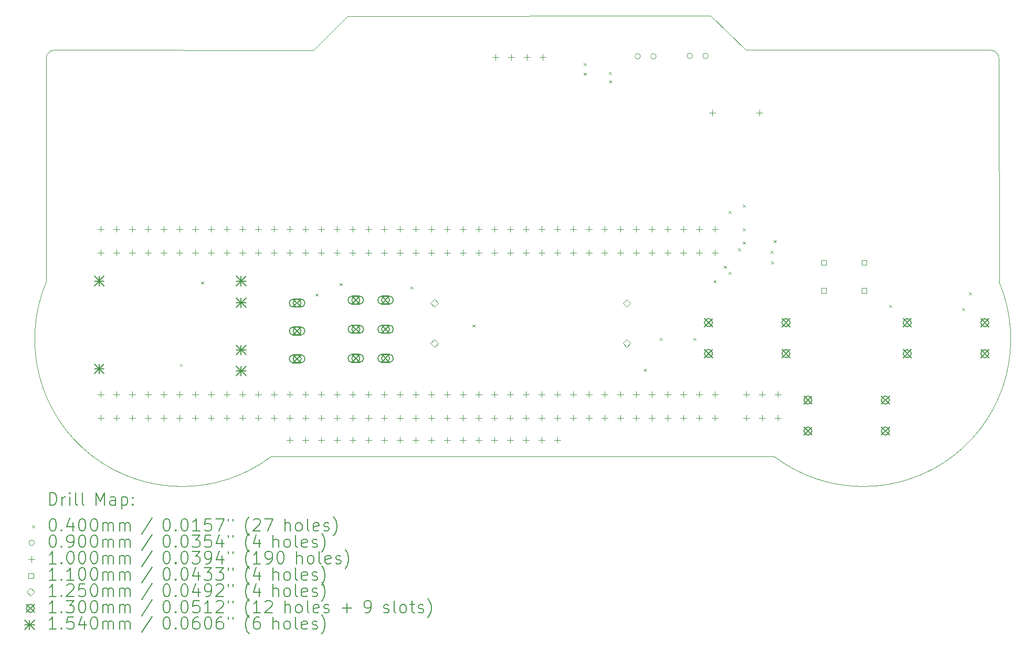
<source format=gbr>
%TF.GenerationSoftware,KiCad,Pcbnew,(7.99.0-200-gad838e3d73)*%
%TF.CreationDate,2024-04-01T14:10:15+07:00*%
%TF.ProjectId,WMS,574d532e-6b69-4636-9164-5f7063625858,rev?*%
%TF.SameCoordinates,Original*%
%TF.FileFunction,Drillmap*%
%TF.FilePolarity,Positive*%
%FSLAX45Y45*%
G04 Gerber Fmt 4.5, Leading zero omitted, Abs format (unit mm)*
G04 Created by KiCad (PCBNEW (7.99.0-200-gad838e3d73)) date 2024-04-01 14:10:15*
%MOMM*%
%LPD*%
G01*
G04 APERTURE LIST*
%ADD10C,0.100000*%
%ADD11C,0.200000*%
%ADD12C,0.040000*%
%ADD13C,0.090000*%
%ADD14C,0.110000*%
%ADD15C,0.125000*%
%ADD16C,0.130000*%
%ADD17C,0.154000*%
G04 APERTURE END LIST*
D10*
X6639906Y-8652138D02*
G75*
G03*
X10271379Y-11468100I2191293J-923662D01*
G01*
X11495503Y-4364380D02*
X10947400Y-4912360D01*
X10947400Y-4912360D02*
X6776720Y-4910480D01*
X21868327Y-4910480D02*
X17924780Y-4907280D01*
X22008030Y-5050180D02*
G75*
G03*
X21868327Y-4910480I-139700J0D01*
G01*
X15184120Y-11468100D02*
X18379440Y-11468100D01*
X18379440Y-11468100D02*
G75*
G03*
X22010913Y-8652138I1440180J1892300D01*
G01*
X6639906Y-8652138D02*
X6637020Y-5050180D01*
X6776720Y-4910480D02*
G75*
G03*
X6637020Y-5050180I0J-139700D01*
G01*
X22010913Y-8652138D02*
X22008027Y-5050180D01*
X11495503Y-4364380D02*
X17325340Y-4358640D01*
X17325340Y-4358640D02*
X17353280Y-4358640D01*
X10271379Y-11468100D02*
X15184120Y-11468100D01*
X17924780Y-4907280D02*
X17353280Y-4358640D01*
D11*
D12*
X8793800Y-9974900D02*
X8833800Y-10014900D01*
X8833800Y-9974900D02*
X8793800Y-10014900D01*
X9136700Y-8646480D02*
X9176700Y-8686480D01*
X9176700Y-8646480D02*
X9136700Y-8686480D01*
X10983280Y-8839520D02*
X11023280Y-8879520D01*
X11023280Y-8839520D02*
X10983280Y-8879520D01*
X11371900Y-8671880D02*
X11411900Y-8711880D01*
X11411900Y-8671880D02*
X11371900Y-8711880D01*
X12512360Y-8725220D02*
X12552360Y-8765220D01*
X12552360Y-8725220D02*
X12512360Y-8765220D01*
X13513120Y-9339900D02*
X13553120Y-9379900D01*
X13553120Y-9339900D02*
X13513120Y-9379900D01*
X15306360Y-5275900D02*
X15346360Y-5315900D01*
X15346360Y-5275900D02*
X15306360Y-5315900D01*
X15308900Y-5120960D02*
X15348900Y-5160960D01*
X15348900Y-5120960D02*
X15308900Y-5160960D01*
X15715300Y-5265740D02*
X15755300Y-5305740D01*
X15755300Y-5265740D02*
X15715300Y-5305740D01*
X15720380Y-5400360D02*
X15760380Y-5440360D01*
X15760380Y-5400360D02*
X15720380Y-5440360D01*
X16279180Y-10053640D02*
X16319180Y-10093640D01*
X16319180Y-10053640D02*
X16279180Y-10093640D01*
X16538260Y-9558340D02*
X16578260Y-9598340D01*
X16578260Y-9558340D02*
X16538260Y-9598340D01*
X17081820Y-9558340D02*
X17121820Y-9598340D01*
X17121820Y-9558340D02*
X17081820Y-9598340D01*
X17404400Y-8623620D02*
X17444400Y-8663620D01*
X17444400Y-8623620D02*
X17404400Y-8663620D01*
X17572040Y-8392480D02*
X17612040Y-8432480D01*
X17612040Y-8392480D02*
X17572040Y-8432480D01*
X17643160Y-8489000D02*
X17683160Y-8529000D01*
X17683160Y-8489000D02*
X17643160Y-8529000D01*
X17648240Y-7508560D02*
X17688240Y-7548560D01*
X17688240Y-7508560D02*
X17648240Y-7548560D01*
X17800640Y-8110540D02*
X17840640Y-8150540D01*
X17840640Y-8110540D02*
X17800640Y-8150540D01*
X17874300Y-7787960D02*
X17914300Y-7827960D01*
X17914300Y-7787960D02*
X17874300Y-7827960D01*
X17874300Y-8001320D02*
X17914300Y-8041320D01*
X17914300Y-8001320D02*
X17874300Y-8041320D01*
X17876840Y-7406960D02*
X17916840Y-7446960D01*
X17916840Y-7406960D02*
X17876840Y-7446960D01*
X18326420Y-8148640D02*
X18366420Y-8188640D01*
X18366420Y-8148640D02*
X18326420Y-8188640D01*
X18331500Y-8321360D02*
X18371500Y-8361360D01*
X18371500Y-8321360D02*
X18331500Y-8361360D01*
X18372140Y-7975920D02*
X18412140Y-8015920D01*
X18412140Y-7975920D02*
X18372140Y-8015920D01*
X20236500Y-9019860D02*
X20276500Y-9059860D01*
X20276500Y-9019860D02*
X20236500Y-9059860D01*
X21415060Y-9073200D02*
X21455060Y-9113200D01*
X21455060Y-9073200D02*
X21415060Y-9113200D01*
X21526820Y-8821740D02*
X21566820Y-8861740D01*
X21566820Y-8821740D02*
X21526820Y-8861740D01*
D13*
X16224800Y-5011420D02*
G75*
G03*
X16224800Y-5011420I-45000J0D01*
G01*
X16478800Y-5011420D02*
G75*
G03*
X16478800Y-5011420I-45000J0D01*
G01*
X17065540Y-5003800D02*
G75*
G03*
X17065540Y-5003800I-45000J0D01*
G01*
X17319540Y-5003800D02*
G75*
G03*
X17319540Y-5003800I-45000J0D01*
G01*
D10*
X7518400Y-7747800D02*
X7518400Y-7847800D01*
X7468400Y-7797800D02*
X7568400Y-7797800D01*
X7518400Y-8128800D02*
X7518400Y-8228800D01*
X7468400Y-8178800D02*
X7568400Y-8178800D01*
X7518400Y-10414800D02*
X7518400Y-10514800D01*
X7468400Y-10464800D02*
X7568400Y-10464800D01*
X7518400Y-10795800D02*
X7518400Y-10895800D01*
X7468400Y-10845800D02*
X7568400Y-10845800D01*
X7772400Y-7747800D02*
X7772400Y-7847800D01*
X7722400Y-7797800D02*
X7822400Y-7797800D01*
X7772400Y-8128800D02*
X7772400Y-8228800D01*
X7722400Y-8178800D02*
X7822400Y-8178800D01*
X7772400Y-10414800D02*
X7772400Y-10514800D01*
X7722400Y-10464800D02*
X7822400Y-10464800D01*
X7772400Y-10795800D02*
X7772400Y-10895800D01*
X7722400Y-10845800D02*
X7822400Y-10845800D01*
X8026400Y-7747800D02*
X8026400Y-7847800D01*
X7976400Y-7797800D02*
X8076400Y-7797800D01*
X8026400Y-8128800D02*
X8026400Y-8228800D01*
X7976400Y-8178800D02*
X8076400Y-8178800D01*
X8026400Y-10414800D02*
X8026400Y-10514800D01*
X7976400Y-10464800D02*
X8076400Y-10464800D01*
X8026400Y-10795800D02*
X8026400Y-10895800D01*
X7976400Y-10845800D02*
X8076400Y-10845800D01*
X8280400Y-7747800D02*
X8280400Y-7847800D01*
X8230400Y-7797800D02*
X8330400Y-7797800D01*
X8280400Y-8128800D02*
X8280400Y-8228800D01*
X8230400Y-8178800D02*
X8330400Y-8178800D01*
X8280400Y-10414800D02*
X8280400Y-10514800D01*
X8230400Y-10464800D02*
X8330400Y-10464800D01*
X8280400Y-10795800D02*
X8280400Y-10895800D01*
X8230400Y-10845800D02*
X8330400Y-10845800D01*
X8534400Y-7747800D02*
X8534400Y-7847800D01*
X8484400Y-7797800D02*
X8584400Y-7797800D01*
X8534400Y-8128800D02*
X8534400Y-8228800D01*
X8484400Y-8178800D02*
X8584400Y-8178800D01*
X8534400Y-10414800D02*
X8534400Y-10514800D01*
X8484400Y-10464800D02*
X8584400Y-10464800D01*
X8534400Y-10795800D02*
X8534400Y-10895800D01*
X8484400Y-10845800D02*
X8584400Y-10845800D01*
X8788400Y-7747800D02*
X8788400Y-7847800D01*
X8738400Y-7797800D02*
X8838400Y-7797800D01*
X8788400Y-8128800D02*
X8788400Y-8228800D01*
X8738400Y-8178800D02*
X8838400Y-8178800D01*
X8788400Y-10414800D02*
X8788400Y-10514800D01*
X8738400Y-10464800D02*
X8838400Y-10464800D01*
X8788400Y-10795800D02*
X8788400Y-10895800D01*
X8738400Y-10845800D02*
X8838400Y-10845800D01*
X9042400Y-7747800D02*
X9042400Y-7847800D01*
X8992400Y-7797800D02*
X9092400Y-7797800D01*
X9042400Y-8128800D02*
X9042400Y-8228800D01*
X8992400Y-8178800D02*
X9092400Y-8178800D01*
X9042400Y-10414800D02*
X9042400Y-10514800D01*
X8992400Y-10464800D02*
X9092400Y-10464800D01*
X9042400Y-10795800D02*
X9042400Y-10895800D01*
X8992400Y-10845800D02*
X9092400Y-10845800D01*
X9296400Y-7747800D02*
X9296400Y-7847800D01*
X9246400Y-7797800D02*
X9346400Y-7797800D01*
X9296400Y-8128800D02*
X9296400Y-8228800D01*
X9246400Y-8178800D02*
X9346400Y-8178800D01*
X9296400Y-10414800D02*
X9296400Y-10514800D01*
X9246400Y-10464800D02*
X9346400Y-10464800D01*
X9296400Y-10795800D02*
X9296400Y-10895800D01*
X9246400Y-10845800D02*
X9346400Y-10845800D01*
X9550400Y-7747800D02*
X9550400Y-7847800D01*
X9500400Y-7797800D02*
X9600400Y-7797800D01*
X9550400Y-8128800D02*
X9550400Y-8228800D01*
X9500400Y-8178800D02*
X9600400Y-8178800D01*
X9550400Y-10414800D02*
X9550400Y-10514800D01*
X9500400Y-10464800D02*
X9600400Y-10464800D01*
X9550400Y-10795800D02*
X9550400Y-10895800D01*
X9500400Y-10845800D02*
X9600400Y-10845800D01*
X9804400Y-7747800D02*
X9804400Y-7847800D01*
X9754400Y-7797800D02*
X9854400Y-7797800D01*
X9804400Y-8128800D02*
X9804400Y-8228800D01*
X9754400Y-8178800D02*
X9854400Y-8178800D01*
X9804400Y-10414800D02*
X9804400Y-10514800D01*
X9754400Y-10464800D02*
X9854400Y-10464800D01*
X9804400Y-10795800D02*
X9804400Y-10895800D01*
X9754400Y-10845800D02*
X9854400Y-10845800D01*
X10058400Y-7747800D02*
X10058400Y-7847800D01*
X10008400Y-7797800D02*
X10108400Y-7797800D01*
X10058400Y-8128800D02*
X10058400Y-8228800D01*
X10008400Y-8178800D02*
X10108400Y-8178800D01*
X10058400Y-10414800D02*
X10058400Y-10514800D01*
X10008400Y-10464800D02*
X10108400Y-10464800D01*
X10058400Y-10795800D02*
X10058400Y-10895800D01*
X10008400Y-10845800D02*
X10108400Y-10845800D01*
X10312400Y-7747800D02*
X10312400Y-7847800D01*
X10262400Y-7797800D02*
X10362400Y-7797800D01*
X10312400Y-8128800D02*
X10312400Y-8228800D01*
X10262400Y-8178800D02*
X10362400Y-8178800D01*
X10312400Y-10414800D02*
X10312400Y-10514800D01*
X10262400Y-10464800D02*
X10362400Y-10464800D01*
X10312400Y-10795800D02*
X10312400Y-10895800D01*
X10262400Y-10845800D02*
X10362400Y-10845800D01*
X10566400Y-7747800D02*
X10566400Y-7847800D01*
X10516400Y-7797800D02*
X10616400Y-7797800D01*
X10566400Y-8128800D02*
X10566400Y-8228800D01*
X10516400Y-8178800D02*
X10616400Y-8178800D01*
X10566400Y-10414800D02*
X10566400Y-10514800D01*
X10516400Y-10464800D02*
X10616400Y-10464800D01*
X10566400Y-10795800D02*
X10566400Y-10895800D01*
X10516400Y-10845800D02*
X10616400Y-10845800D01*
X10566400Y-11151400D02*
X10566400Y-11251400D01*
X10516400Y-11201400D02*
X10616400Y-11201400D01*
X10820400Y-7747800D02*
X10820400Y-7847800D01*
X10770400Y-7797800D02*
X10870400Y-7797800D01*
X10820400Y-8128800D02*
X10820400Y-8228800D01*
X10770400Y-8178800D02*
X10870400Y-8178800D01*
X10820400Y-10414800D02*
X10820400Y-10514800D01*
X10770400Y-10464800D02*
X10870400Y-10464800D01*
X10820400Y-10795800D02*
X10820400Y-10895800D01*
X10770400Y-10845800D02*
X10870400Y-10845800D01*
X10820400Y-11151400D02*
X10820400Y-11251400D01*
X10770400Y-11201400D02*
X10870400Y-11201400D01*
X11074400Y-7747800D02*
X11074400Y-7847800D01*
X11024400Y-7797800D02*
X11124400Y-7797800D01*
X11074400Y-8128800D02*
X11074400Y-8228800D01*
X11024400Y-8178800D02*
X11124400Y-8178800D01*
X11074400Y-10414800D02*
X11074400Y-10514800D01*
X11024400Y-10464800D02*
X11124400Y-10464800D01*
X11074400Y-10795800D02*
X11074400Y-10895800D01*
X11024400Y-10845800D02*
X11124400Y-10845800D01*
X11074400Y-11151400D02*
X11074400Y-11251400D01*
X11024400Y-11201400D02*
X11124400Y-11201400D01*
X11328400Y-7747800D02*
X11328400Y-7847800D01*
X11278400Y-7797800D02*
X11378400Y-7797800D01*
X11328400Y-8128800D02*
X11328400Y-8228800D01*
X11278400Y-8178800D02*
X11378400Y-8178800D01*
X11328400Y-10414800D02*
X11328400Y-10514800D01*
X11278400Y-10464800D02*
X11378400Y-10464800D01*
X11328400Y-10795800D02*
X11328400Y-10895800D01*
X11278400Y-10845800D02*
X11378400Y-10845800D01*
X11328400Y-11151400D02*
X11328400Y-11251400D01*
X11278400Y-11201400D02*
X11378400Y-11201400D01*
X11582400Y-7747800D02*
X11582400Y-7847800D01*
X11532400Y-7797800D02*
X11632400Y-7797800D01*
X11582400Y-8128800D02*
X11582400Y-8228800D01*
X11532400Y-8178800D02*
X11632400Y-8178800D01*
X11582400Y-10414800D02*
X11582400Y-10514800D01*
X11532400Y-10464800D02*
X11632400Y-10464800D01*
X11582400Y-10795800D02*
X11582400Y-10895800D01*
X11532400Y-10845800D02*
X11632400Y-10845800D01*
X11582400Y-11151400D02*
X11582400Y-11251400D01*
X11532400Y-11201400D02*
X11632400Y-11201400D01*
X11836400Y-7747800D02*
X11836400Y-7847800D01*
X11786400Y-7797800D02*
X11886400Y-7797800D01*
X11836400Y-8128800D02*
X11836400Y-8228800D01*
X11786400Y-8178800D02*
X11886400Y-8178800D01*
X11836400Y-10414800D02*
X11836400Y-10514800D01*
X11786400Y-10464800D02*
X11886400Y-10464800D01*
X11836400Y-10795800D02*
X11836400Y-10895800D01*
X11786400Y-10845800D02*
X11886400Y-10845800D01*
X11836400Y-11151400D02*
X11836400Y-11251400D01*
X11786400Y-11201400D02*
X11886400Y-11201400D01*
X12090400Y-7747800D02*
X12090400Y-7847800D01*
X12040400Y-7797800D02*
X12140400Y-7797800D01*
X12090400Y-8128800D02*
X12090400Y-8228800D01*
X12040400Y-8178800D02*
X12140400Y-8178800D01*
X12090400Y-10414800D02*
X12090400Y-10514800D01*
X12040400Y-10464800D02*
X12140400Y-10464800D01*
X12090400Y-10795800D02*
X12090400Y-10895800D01*
X12040400Y-10845800D02*
X12140400Y-10845800D01*
X12090400Y-11151400D02*
X12090400Y-11251400D01*
X12040400Y-11201400D02*
X12140400Y-11201400D01*
X12344400Y-7747800D02*
X12344400Y-7847800D01*
X12294400Y-7797800D02*
X12394400Y-7797800D01*
X12344400Y-8128800D02*
X12344400Y-8228800D01*
X12294400Y-8178800D02*
X12394400Y-8178800D01*
X12344400Y-10414800D02*
X12344400Y-10514800D01*
X12294400Y-10464800D02*
X12394400Y-10464800D01*
X12344400Y-10795800D02*
X12344400Y-10895800D01*
X12294400Y-10845800D02*
X12394400Y-10845800D01*
X12344400Y-11151400D02*
X12344400Y-11251400D01*
X12294400Y-11201400D02*
X12394400Y-11201400D01*
X12598400Y-7747800D02*
X12598400Y-7847800D01*
X12548400Y-7797800D02*
X12648400Y-7797800D01*
X12598400Y-8128800D02*
X12598400Y-8228800D01*
X12548400Y-8178800D02*
X12648400Y-8178800D01*
X12598400Y-10414800D02*
X12598400Y-10514800D01*
X12548400Y-10464800D02*
X12648400Y-10464800D01*
X12598400Y-10795800D02*
X12598400Y-10895800D01*
X12548400Y-10845800D02*
X12648400Y-10845800D01*
X12598400Y-11151400D02*
X12598400Y-11251400D01*
X12548400Y-11201400D02*
X12648400Y-11201400D01*
X12852400Y-7747800D02*
X12852400Y-7847800D01*
X12802400Y-7797800D02*
X12902400Y-7797800D01*
X12852400Y-8128800D02*
X12852400Y-8228800D01*
X12802400Y-8178800D02*
X12902400Y-8178800D01*
X12852400Y-10414800D02*
X12852400Y-10514800D01*
X12802400Y-10464800D02*
X12902400Y-10464800D01*
X12852400Y-10795800D02*
X12852400Y-10895800D01*
X12802400Y-10845800D02*
X12902400Y-10845800D01*
X12852400Y-11151400D02*
X12852400Y-11251400D01*
X12802400Y-11201400D02*
X12902400Y-11201400D01*
X13106400Y-7747800D02*
X13106400Y-7847800D01*
X13056400Y-7797800D02*
X13156400Y-7797800D01*
X13106400Y-8128800D02*
X13106400Y-8228800D01*
X13056400Y-8178800D02*
X13156400Y-8178800D01*
X13106400Y-10414800D02*
X13106400Y-10514800D01*
X13056400Y-10464800D02*
X13156400Y-10464800D01*
X13106400Y-10795800D02*
X13106400Y-10895800D01*
X13056400Y-10845800D02*
X13156400Y-10845800D01*
X13106400Y-11151400D02*
X13106400Y-11251400D01*
X13056400Y-11201400D02*
X13156400Y-11201400D01*
X13360400Y-7747800D02*
X13360400Y-7847800D01*
X13310400Y-7797800D02*
X13410400Y-7797800D01*
X13360400Y-8128800D02*
X13360400Y-8228800D01*
X13310400Y-8178800D02*
X13410400Y-8178800D01*
X13360400Y-10414800D02*
X13360400Y-10514800D01*
X13310400Y-10464800D02*
X13410400Y-10464800D01*
X13360400Y-10795800D02*
X13360400Y-10895800D01*
X13310400Y-10845800D02*
X13410400Y-10845800D01*
X13360400Y-11151400D02*
X13360400Y-11251400D01*
X13310400Y-11201400D02*
X13410400Y-11201400D01*
X13614400Y-7747800D02*
X13614400Y-7847800D01*
X13564400Y-7797800D02*
X13664400Y-7797800D01*
X13614400Y-8128800D02*
X13614400Y-8228800D01*
X13564400Y-8178800D02*
X13664400Y-8178800D01*
X13614400Y-10414800D02*
X13614400Y-10514800D01*
X13564400Y-10464800D02*
X13664400Y-10464800D01*
X13614400Y-10795800D02*
X13614400Y-10895800D01*
X13564400Y-10845800D02*
X13664400Y-10845800D01*
X13614400Y-11151400D02*
X13614400Y-11251400D01*
X13564400Y-11201400D02*
X13664400Y-11201400D01*
X13868400Y-7747800D02*
X13868400Y-7847800D01*
X13818400Y-7797800D02*
X13918400Y-7797800D01*
X13868400Y-8128800D02*
X13868400Y-8228800D01*
X13818400Y-8178800D02*
X13918400Y-8178800D01*
X13868400Y-10414800D02*
X13868400Y-10514800D01*
X13818400Y-10464800D02*
X13918400Y-10464800D01*
X13868400Y-10795800D02*
X13868400Y-10895800D01*
X13818400Y-10845800D02*
X13918400Y-10845800D01*
X13868400Y-11151400D02*
X13868400Y-11251400D01*
X13818400Y-11201400D02*
X13918400Y-11201400D01*
X13884960Y-4975840D02*
X13884960Y-5075840D01*
X13834960Y-5025840D02*
X13934960Y-5025840D01*
X14122400Y-7747800D02*
X14122400Y-7847800D01*
X14072400Y-7797800D02*
X14172400Y-7797800D01*
X14122400Y-8128800D02*
X14122400Y-8228800D01*
X14072400Y-8178800D02*
X14172400Y-8178800D01*
X14122400Y-10414800D02*
X14122400Y-10514800D01*
X14072400Y-10464800D02*
X14172400Y-10464800D01*
X14122400Y-10795800D02*
X14122400Y-10895800D01*
X14072400Y-10845800D02*
X14172400Y-10845800D01*
X14122400Y-11151400D02*
X14122400Y-11251400D01*
X14072400Y-11201400D02*
X14172400Y-11201400D01*
X14138960Y-4975840D02*
X14138960Y-5075840D01*
X14088960Y-5025840D02*
X14188960Y-5025840D01*
X14376400Y-7747800D02*
X14376400Y-7847800D01*
X14326400Y-7797800D02*
X14426400Y-7797800D01*
X14376400Y-8128800D02*
X14376400Y-8228800D01*
X14326400Y-8178800D02*
X14426400Y-8178800D01*
X14376400Y-10414800D02*
X14376400Y-10514800D01*
X14326400Y-10464800D02*
X14426400Y-10464800D01*
X14376400Y-10795800D02*
X14376400Y-10895800D01*
X14326400Y-10845800D02*
X14426400Y-10845800D01*
X14376400Y-11151400D02*
X14376400Y-11251400D01*
X14326400Y-11201400D02*
X14426400Y-11201400D01*
X14392960Y-4975840D02*
X14392960Y-5075840D01*
X14342960Y-5025840D02*
X14442960Y-5025840D01*
X14630400Y-7747800D02*
X14630400Y-7847800D01*
X14580400Y-7797800D02*
X14680400Y-7797800D01*
X14630400Y-8128800D02*
X14630400Y-8228800D01*
X14580400Y-8178800D02*
X14680400Y-8178800D01*
X14630400Y-10414800D02*
X14630400Y-10514800D01*
X14580400Y-10464800D02*
X14680400Y-10464800D01*
X14630400Y-10795800D02*
X14630400Y-10895800D01*
X14580400Y-10845800D02*
X14680400Y-10845800D01*
X14630400Y-11151400D02*
X14630400Y-11251400D01*
X14580400Y-11201400D02*
X14680400Y-11201400D01*
X14646960Y-4975840D02*
X14646960Y-5075840D01*
X14596960Y-5025840D02*
X14696960Y-5025840D01*
X14884400Y-7747800D02*
X14884400Y-7847800D01*
X14834400Y-7797800D02*
X14934400Y-7797800D01*
X14884400Y-8128800D02*
X14884400Y-8228800D01*
X14834400Y-8178800D02*
X14934400Y-8178800D01*
X14884400Y-10414800D02*
X14884400Y-10514800D01*
X14834400Y-10464800D02*
X14934400Y-10464800D01*
X14884400Y-10795800D02*
X14884400Y-10895800D01*
X14834400Y-10845800D02*
X14934400Y-10845800D01*
X14884400Y-11151400D02*
X14884400Y-11251400D01*
X14834400Y-11201400D02*
X14934400Y-11201400D01*
X15138400Y-7747800D02*
X15138400Y-7847800D01*
X15088400Y-7797800D02*
X15188400Y-7797800D01*
X15138400Y-8128800D02*
X15138400Y-8228800D01*
X15088400Y-8178800D02*
X15188400Y-8178800D01*
X15138400Y-10414800D02*
X15138400Y-10514800D01*
X15088400Y-10464800D02*
X15188400Y-10464800D01*
X15138400Y-10795800D02*
X15138400Y-10895800D01*
X15088400Y-10845800D02*
X15188400Y-10845800D01*
X15392400Y-7747800D02*
X15392400Y-7847800D01*
X15342400Y-7797800D02*
X15442400Y-7797800D01*
X15392400Y-8128800D02*
X15392400Y-8228800D01*
X15342400Y-8178800D02*
X15442400Y-8178800D01*
X15392400Y-10414800D02*
X15392400Y-10514800D01*
X15342400Y-10464800D02*
X15442400Y-10464800D01*
X15392400Y-10795800D02*
X15392400Y-10895800D01*
X15342400Y-10845800D02*
X15442400Y-10845800D01*
X15646400Y-7747800D02*
X15646400Y-7847800D01*
X15596400Y-7797800D02*
X15696400Y-7797800D01*
X15646400Y-8128800D02*
X15646400Y-8228800D01*
X15596400Y-8178800D02*
X15696400Y-8178800D01*
X15646400Y-10414800D02*
X15646400Y-10514800D01*
X15596400Y-10464800D02*
X15696400Y-10464800D01*
X15646400Y-10795800D02*
X15646400Y-10895800D01*
X15596400Y-10845800D02*
X15696400Y-10845800D01*
X15900400Y-7747800D02*
X15900400Y-7847800D01*
X15850400Y-7797800D02*
X15950400Y-7797800D01*
X15900400Y-8128800D02*
X15900400Y-8228800D01*
X15850400Y-8178800D02*
X15950400Y-8178800D01*
X15900400Y-10414800D02*
X15900400Y-10514800D01*
X15850400Y-10464800D02*
X15950400Y-10464800D01*
X15900400Y-10795800D02*
X15900400Y-10895800D01*
X15850400Y-10845800D02*
X15950400Y-10845800D01*
X16154400Y-7747800D02*
X16154400Y-7847800D01*
X16104400Y-7797800D02*
X16204400Y-7797800D01*
X16154400Y-8128800D02*
X16154400Y-8228800D01*
X16104400Y-8178800D02*
X16204400Y-8178800D01*
X16154400Y-10414800D02*
X16154400Y-10514800D01*
X16104400Y-10464800D02*
X16204400Y-10464800D01*
X16154400Y-10795800D02*
X16154400Y-10895800D01*
X16104400Y-10845800D02*
X16204400Y-10845800D01*
X16408400Y-7747800D02*
X16408400Y-7847800D01*
X16358400Y-7797800D02*
X16458400Y-7797800D01*
X16408400Y-8128800D02*
X16408400Y-8228800D01*
X16358400Y-8178800D02*
X16458400Y-8178800D01*
X16408400Y-10414800D02*
X16408400Y-10514800D01*
X16358400Y-10464800D02*
X16458400Y-10464800D01*
X16408400Y-10795800D02*
X16408400Y-10895800D01*
X16358400Y-10845800D02*
X16458400Y-10845800D01*
X16662400Y-7747800D02*
X16662400Y-7847800D01*
X16612400Y-7797800D02*
X16712400Y-7797800D01*
X16662400Y-8128800D02*
X16662400Y-8228800D01*
X16612400Y-8178800D02*
X16712400Y-8178800D01*
X16662400Y-10414800D02*
X16662400Y-10514800D01*
X16612400Y-10464800D02*
X16712400Y-10464800D01*
X16662400Y-10795800D02*
X16662400Y-10895800D01*
X16612400Y-10845800D02*
X16712400Y-10845800D01*
X16916400Y-7747800D02*
X16916400Y-7847800D01*
X16866400Y-7797800D02*
X16966400Y-7797800D01*
X16916400Y-8128800D02*
X16916400Y-8228800D01*
X16866400Y-8178800D02*
X16966400Y-8178800D01*
X16916400Y-10414800D02*
X16916400Y-10514800D01*
X16866400Y-10464800D02*
X16966400Y-10464800D01*
X16916400Y-10795800D02*
X16916400Y-10895800D01*
X16866400Y-10845800D02*
X16966400Y-10845800D01*
X17170400Y-7747800D02*
X17170400Y-7847800D01*
X17120400Y-7797800D02*
X17220400Y-7797800D01*
X17170400Y-8128800D02*
X17170400Y-8228800D01*
X17120400Y-8178800D02*
X17220400Y-8178800D01*
X17170400Y-10414800D02*
X17170400Y-10514800D01*
X17120400Y-10464800D02*
X17220400Y-10464800D01*
X17170400Y-10795800D02*
X17170400Y-10895800D01*
X17120400Y-10845800D02*
X17220400Y-10845800D01*
X17384760Y-5870740D02*
X17384760Y-5970740D01*
X17334760Y-5920740D02*
X17434760Y-5920740D01*
X17424400Y-7747800D02*
X17424400Y-7847800D01*
X17374400Y-7797800D02*
X17474400Y-7797800D01*
X17424400Y-8128800D02*
X17424400Y-8228800D01*
X17374400Y-8178800D02*
X17474400Y-8178800D01*
X17424400Y-10414800D02*
X17424400Y-10514800D01*
X17374400Y-10464800D02*
X17474400Y-10464800D01*
X17424400Y-10795800D02*
X17424400Y-10895800D01*
X17374400Y-10845800D02*
X17474400Y-10845800D01*
X17932400Y-10414800D02*
X17932400Y-10514800D01*
X17882400Y-10464800D02*
X17982400Y-10464800D01*
X17932400Y-10795800D02*
X17932400Y-10895800D01*
X17882400Y-10845800D02*
X17982400Y-10845800D01*
X18144760Y-5870740D02*
X18144760Y-5970740D01*
X18094760Y-5920740D02*
X18194760Y-5920740D01*
X18186400Y-10414800D02*
X18186400Y-10514800D01*
X18136400Y-10464800D02*
X18236400Y-10464800D01*
X18186400Y-10795800D02*
X18186400Y-10895800D01*
X18136400Y-10845800D02*
X18236400Y-10845800D01*
X18440400Y-10414800D02*
X18440400Y-10514800D01*
X18390400Y-10464800D02*
X18490400Y-10464800D01*
X18440400Y-10795800D02*
X18440400Y-10895800D01*
X18390400Y-10845800D02*
X18490400Y-10845800D01*
D14*
X19221091Y-8381311D02*
X19221091Y-8303529D01*
X19143309Y-8303529D01*
X19143309Y-8381311D01*
X19221091Y-8381311D01*
X19221091Y-8831311D02*
X19221091Y-8753529D01*
X19143309Y-8753529D01*
X19143309Y-8831311D01*
X19221091Y-8831311D01*
X19871091Y-8381311D02*
X19871091Y-8303529D01*
X19793309Y-8303529D01*
X19793309Y-8381311D01*
X19871091Y-8381311D01*
X19871091Y-8831311D02*
X19871091Y-8753529D01*
X19793309Y-8753529D01*
X19793309Y-8831311D01*
X19871091Y-8831311D01*
D15*
X12902000Y-9054100D02*
X12964500Y-8991600D01*
X12902000Y-8929100D01*
X12839500Y-8991600D01*
X12902000Y-9054100D01*
X12902000Y-9704100D02*
X12964500Y-9641600D01*
X12902000Y-9579100D01*
X12839500Y-9641600D01*
X12902000Y-9704100D01*
X16002000Y-9059100D02*
X16064500Y-8996600D01*
X16002000Y-8934100D01*
X15939500Y-8996600D01*
X16002000Y-9059100D01*
X16002000Y-9704100D02*
X16064500Y-9641600D01*
X16002000Y-9579100D01*
X15939500Y-9641600D01*
X16002000Y-9704100D01*
D16*
X10620780Y-8928300D02*
X10750780Y-9058300D01*
X10750780Y-8928300D02*
X10620780Y-9058300D01*
X10750780Y-8993300D02*
G75*
G03*
X10750780Y-8993300I-65000J0D01*
G01*
D11*
X10625780Y-9058300D02*
X10745780Y-9058300D01*
X10745780Y-9058300D02*
G75*
G03*
X10745780Y-8928300I0J65000D01*
G01*
X10745780Y-8928300D02*
X10625780Y-8928300D01*
X10625780Y-8928300D02*
G75*
G03*
X10625780Y-9058300I0J-65000D01*
G01*
D16*
X10620780Y-9378300D02*
X10750780Y-9508300D01*
X10750780Y-9378300D02*
X10620780Y-9508300D01*
X10750780Y-9443300D02*
G75*
G03*
X10750780Y-9443300I-65000J0D01*
G01*
D11*
X10625780Y-9508300D02*
X10745780Y-9508300D01*
X10745780Y-9508300D02*
G75*
G03*
X10745780Y-9378300I0J65000D01*
G01*
X10745780Y-9378300D02*
X10625780Y-9378300D01*
X10625780Y-9378300D02*
G75*
G03*
X10625780Y-9508300I0J-65000D01*
G01*
D16*
X10620780Y-9828300D02*
X10750780Y-9958300D01*
X10750780Y-9828300D02*
X10620780Y-9958300D01*
X10750780Y-9893300D02*
G75*
G03*
X10750780Y-9893300I-65000J0D01*
G01*
D11*
X10625780Y-9958300D02*
X10745780Y-9958300D01*
X10745780Y-9958300D02*
G75*
G03*
X10745780Y-9828300I0J65000D01*
G01*
X10745780Y-9828300D02*
X10625780Y-9828300D01*
X10625780Y-9828300D02*
G75*
G03*
X10625780Y-9958300I0J-65000D01*
G01*
D16*
X11568200Y-8880680D02*
X11698200Y-9010680D01*
X11698200Y-8880680D02*
X11568200Y-9010680D01*
X11698200Y-8945680D02*
G75*
G03*
X11698200Y-8945680I-65000J0D01*
G01*
D11*
X11693200Y-8880680D02*
X11573200Y-8880680D01*
X11573200Y-8880680D02*
G75*
G03*
X11573200Y-9010680I0J-65000D01*
G01*
X11573200Y-9010680D02*
X11693200Y-9010680D01*
X11693200Y-9010680D02*
G75*
G03*
X11693200Y-8880680I0J65000D01*
G01*
D16*
X11568200Y-9350680D02*
X11698200Y-9480680D01*
X11698200Y-9350680D02*
X11568200Y-9480680D01*
X11698200Y-9415680D02*
G75*
G03*
X11698200Y-9415680I-65000J0D01*
G01*
D11*
X11693200Y-9350680D02*
X11573200Y-9350680D01*
X11573200Y-9350680D02*
G75*
G03*
X11573200Y-9480680I0J-65000D01*
G01*
X11573200Y-9480680D02*
X11693200Y-9480680D01*
X11693200Y-9480680D02*
G75*
G03*
X11693200Y-9350680I0J65000D01*
G01*
D16*
X11568200Y-9820680D02*
X11698200Y-9950680D01*
X11698200Y-9820680D02*
X11568200Y-9950680D01*
X11698200Y-9885680D02*
G75*
G03*
X11698200Y-9885680I-65000J0D01*
G01*
D11*
X11693200Y-9820680D02*
X11573200Y-9820680D01*
X11573200Y-9820680D02*
G75*
G03*
X11573200Y-9950680I0J-65000D01*
G01*
X11573200Y-9950680D02*
X11693200Y-9950680D01*
X11693200Y-9950680D02*
G75*
G03*
X11693200Y-9820680I0J65000D01*
G01*
D16*
X12048200Y-8880680D02*
X12178200Y-9010680D01*
X12178200Y-8880680D02*
X12048200Y-9010680D01*
X12178200Y-8945680D02*
G75*
G03*
X12178200Y-8945680I-65000J0D01*
G01*
D11*
X12173200Y-8880680D02*
X12053200Y-8880680D01*
X12053200Y-8880680D02*
G75*
G03*
X12053200Y-9010680I0J-65000D01*
G01*
X12053200Y-9010680D02*
X12173200Y-9010680D01*
X12173200Y-9010680D02*
G75*
G03*
X12173200Y-8880680I0J65000D01*
G01*
D16*
X12048200Y-9350680D02*
X12178200Y-9480680D01*
X12178200Y-9350680D02*
X12048200Y-9480680D01*
X12178200Y-9415680D02*
G75*
G03*
X12178200Y-9415680I-65000J0D01*
G01*
D11*
X12173200Y-9350680D02*
X12053200Y-9350680D01*
X12053200Y-9350680D02*
G75*
G03*
X12053200Y-9480680I0J-65000D01*
G01*
X12053200Y-9480680D02*
X12173200Y-9480680D01*
X12173200Y-9480680D02*
G75*
G03*
X12173200Y-9350680I0J65000D01*
G01*
D16*
X12048200Y-9820680D02*
X12178200Y-9950680D01*
X12178200Y-9820680D02*
X12048200Y-9950680D01*
X12178200Y-9885680D02*
G75*
G03*
X12178200Y-9885680I-65000J0D01*
G01*
D11*
X12173200Y-9820680D02*
X12053200Y-9820680D01*
X12053200Y-9820680D02*
G75*
G03*
X12053200Y-9950680I0J-65000D01*
G01*
X12053200Y-9950680D02*
X12173200Y-9950680D01*
X12173200Y-9950680D02*
G75*
G03*
X12173200Y-9820680I0J65000D01*
G01*
D16*
X17257480Y-9243020D02*
X17387480Y-9373020D01*
X17387480Y-9243020D02*
X17257480Y-9373020D01*
X17387480Y-9308020D02*
G75*
G03*
X17387480Y-9308020I-65000J0D01*
G01*
X17257480Y-9743020D02*
X17387480Y-9873020D01*
X17387480Y-9743020D02*
X17257480Y-9873020D01*
X17387480Y-9808020D02*
G75*
G03*
X17387480Y-9808020I-65000J0D01*
G01*
X18507480Y-9243020D02*
X18637480Y-9373020D01*
X18637480Y-9243020D02*
X18507480Y-9373020D01*
X18637480Y-9308020D02*
G75*
G03*
X18637480Y-9308020I-65000J0D01*
G01*
X18507480Y-9743020D02*
X18637480Y-9873020D01*
X18637480Y-9743020D02*
X18507480Y-9873020D01*
X18637480Y-9808020D02*
G75*
G03*
X18637480Y-9808020I-65000J0D01*
G01*
X18860540Y-10493780D02*
X18990540Y-10623780D01*
X18990540Y-10493780D02*
X18860540Y-10623780D01*
X18990540Y-10558780D02*
G75*
G03*
X18990540Y-10558780I-65000J0D01*
G01*
X18860540Y-10993780D02*
X18990540Y-11123780D01*
X18990540Y-10993780D02*
X18860540Y-11123780D01*
X18990540Y-11058780D02*
G75*
G03*
X18990540Y-11058780I-65000J0D01*
G01*
X20110540Y-10493780D02*
X20240540Y-10623780D01*
X20240540Y-10493780D02*
X20110540Y-10623780D01*
X20240540Y-10558780D02*
G75*
G03*
X20240540Y-10558780I-65000J0D01*
G01*
X20110540Y-10993780D02*
X20240540Y-11123780D01*
X20240540Y-10993780D02*
X20110540Y-11123780D01*
X20240540Y-11058780D02*
G75*
G03*
X20240540Y-11058780I-65000J0D01*
G01*
X20463280Y-9244480D02*
X20593280Y-9374480D01*
X20593280Y-9244480D02*
X20463280Y-9374480D01*
X20593280Y-9309480D02*
G75*
G03*
X20593280Y-9309480I-65000J0D01*
G01*
X20463280Y-9744480D02*
X20593280Y-9874480D01*
X20593280Y-9744480D02*
X20463280Y-9874480D01*
X20593280Y-9809480D02*
G75*
G03*
X20593280Y-9809480I-65000J0D01*
G01*
X21713280Y-9244480D02*
X21843280Y-9374480D01*
X21843280Y-9244480D02*
X21713280Y-9374480D01*
X21843280Y-9309480D02*
G75*
G03*
X21843280Y-9309480I-65000J0D01*
G01*
X21713280Y-9744480D02*
X21843280Y-9874480D01*
X21843280Y-9744480D02*
X21713280Y-9874480D01*
X21843280Y-9809480D02*
G75*
G03*
X21843280Y-9809480I-65000J0D01*
G01*
D17*
X7416000Y-8559000D02*
X7570000Y-8713000D01*
X7570000Y-8559000D02*
X7416000Y-8713000D01*
X7493000Y-8559000D02*
X7493000Y-8713000D01*
X7416000Y-8636000D02*
X7570000Y-8636000D01*
X7416000Y-9979000D02*
X7570000Y-10133000D01*
X7570000Y-9979000D02*
X7416000Y-10133000D01*
X7493000Y-9979000D02*
X7493000Y-10133000D01*
X7416000Y-10056000D02*
X7570000Y-10056000D01*
X9706000Y-8559000D02*
X9860000Y-8713000D01*
X9860000Y-8559000D02*
X9706000Y-8713000D01*
X9783000Y-8559000D02*
X9783000Y-8713000D01*
X9706000Y-8636000D02*
X9860000Y-8636000D01*
X9706000Y-8909000D02*
X9860000Y-9063000D01*
X9860000Y-8909000D02*
X9706000Y-9063000D01*
X9783000Y-8909000D02*
X9783000Y-9063000D01*
X9706000Y-8986000D02*
X9860000Y-8986000D01*
X9706000Y-9669000D02*
X9860000Y-9823000D01*
X9860000Y-9669000D02*
X9706000Y-9823000D01*
X9783000Y-9669000D02*
X9783000Y-9823000D01*
X9706000Y-9746000D02*
X9860000Y-9746000D01*
X9706000Y-10009000D02*
X9860000Y-10163000D01*
X9860000Y-10009000D02*
X9706000Y-10163000D01*
X9783000Y-10009000D02*
X9783000Y-10163000D01*
X9706000Y-10086000D02*
X9860000Y-10086000D01*
D11*
X6695811Y-12252283D02*
X6695811Y-12052283D01*
X6695811Y-12052283D02*
X6743430Y-12052283D01*
X6743430Y-12052283D02*
X6772002Y-12061807D01*
X6772002Y-12061807D02*
X6791049Y-12080855D01*
X6791049Y-12080855D02*
X6800573Y-12099902D01*
X6800573Y-12099902D02*
X6810097Y-12137997D01*
X6810097Y-12137997D02*
X6810097Y-12166569D01*
X6810097Y-12166569D02*
X6800573Y-12204664D01*
X6800573Y-12204664D02*
X6791049Y-12223712D01*
X6791049Y-12223712D02*
X6772002Y-12242759D01*
X6772002Y-12242759D02*
X6743430Y-12252283D01*
X6743430Y-12252283D02*
X6695811Y-12252283D01*
X6895811Y-12252283D02*
X6895811Y-12118950D01*
X6895811Y-12157045D02*
X6905335Y-12137997D01*
X6905335Y-12137997D02*
X6914859Y-12128474D01*
X6914859Y-12128474D02*
X6933906Y-12118950D01*
X6933906Y-12118950D02*
X6952954Y-12118950D01*
X7019621Y-12252283D02*
X7019621Y-12118950D01*
X7019621Y-12052283D02*
X7010097Y-12061807D01*
X7010097Y-12061807D02*
X7019621Y-12071331D01*
X7019621Y-12071331D02*
X7029144Y-12061807D01*
X7029144Y-12061807D02*
X7019621Y-12052283D01*
X7019621Y-12052283D02*
X7019621Y-12071331D01*
X7143430Y-12252283D02*
X7124382Y-12242759D01*
X7124382Y-12242759D02*
X7114859Y-12223712D01*
X7114859Y-12223712D02*
X7114859Y-12052283D01*
X7248192Y-12252283D02*
X7229144Y-12242759D01*
X7229144Y-12242759D02*
X7219621Y-12223712D01*
X7219621Y-12223712D02*
X7219621Y-12052283D01*
X7444382Y-12252283D02*
X7444382Y-12052283D01*
X7444382Y-12052283D02*
X7511049Y-12195140D01*
X7511049Y-12195140D02*
X7577716Y-12052283D01*
X7577716Y-12052283D02*
X7577716Y-12252283D01*
X7758668Y-12252283D02*
X7758668Y-12147521D01*
X7758668Y-12147521D02*
X7749144Y-12128474D01*
X7749144Y-12128474D02*
X7730097Y-12118950D01*
X7730097Y-12118950D02*
X7692001Y-12118950D01*
X7692001Y-12118950D02*
X7672954Y-12128474D01*
X7758668Y-12242759D02*
X7739621Y-12252283D01*
X7739621Y-12252283D02*
X7692001Y-12252283D01*
X7692001Y-12252283D02*
X7672954Y-12242759D01*
X7672954Y-12242759D02*
X7663430Y-12223712D01*
X7663430Y-12223712D02*
X7663430Y-12204664D01*
X7663430Y-12204664D02*
X7672954Y-12185616D01*
X7672954Y-12185616D02*
X7692001Y-12176093D01*
X7692001Y-12176093D02*
X7739621Y-12176093D01*
X7739621Y-12176093D02*
X7758668Y-12166569D01*
X7853906Y-12118950D02*
X7853906Y-12318950D01*
X7853906Y-12128474D02*
X7872954Y-12118950D01*
X7872954Y-12118950D02*
X7911049Y-12118950D01*
X7911049Y-12118950D02*
X7930097Y-12128474D01*
X7930097Y-12128474D02*
X7939621Y-12137997D01*
X7939621Y-12137997D02*
X7949144Y-12157045D01*
X7949144Y-12157045D02*
X7949144Y-12214188D01*
X7949144Y-12214188D02*
X7939621Y-12233235D01*
X7939621Y-12233235D02*
X7930097Y-12242759D01*
X7930097Y-12242759D02*
X7911049Y-12252283D01*
X7911049Y-12252283D02*
X7872954Y-12252283D01*
X7872954Y-12252283D02*
X7853906Y-12242759D01*
X8034859Y-12233235D02*
X8044382Y-12242759D01*
X8044382Y-12242759D02*
X8034859Y-12252283D01*
X8034859Y-12252283D02*
X8025335Y-12242759D01*
X8025335Y-12242759D02*
X8034859Y-12233235D01*
X8034859Y-12233235D02*
X8034859Y-12252283D01*
X8034859Y-12128474D02*
X8044382Y-12137997D01*
X8044382Y-12137997D02*
X8034859Y-12147521D01*
X8034859Y-12147521D02*
X8025335Y-12137997D01*
X8025335Y-12137997D02*
X8034859Y-12128474D01*
X8034859Y-12128474D02*
X8034859Y-12147521D01*
D12*
X6408192Y-12578807D02*
X6448192Y-12618807D01*
X6448192Y-12578807D02*
X6408192Y-12618807D01*
D11*
X6733906Y-12472283D02*
X6752954Y-12472283D01*
X6752954Y-12472283D02*
X6772002Y-12481807D01*
X6772002Y-12481807D02*
X6781525Y-12491331D01*
X6781525Y-12491331D02*
X6791049Y-12510378D01*
X6791049Y-12510378D02*
X6800573Y-12548474D01*
X6800573Y-12548474D02*
X6800573Y-12596093D01*
X6800573Y-12596093D02*
X6791049Y-12634188D01*
X6791049Y-12634188D02*
X6781525Y-12653235D01*
X6781525Y-12653235D02*
X6772002Y-12662759D01*
X6772002Y-12662759D02*
X6752954Y-12672283D01*
X6752954Y-12672283D02*
X6733906Y-12672283D01*
X6733906Y-12672283D02*
X6714859Y-12662759D01*
X6714859Y-12662759D02*
X6705335Y-12653235D01*
X6705335Y-12653235D02*
X6695811Y-12634188D01*
X6695811Y-12634188D02*
X6686287Y-12596093D01*
X6686287Y-12596093D02*
X6686287Y-12548474D01*
X6686287Y-12548474D02*
X6695811Y-12510378D01*
X6695811Y-12510378D02*
X6705335Y-12491331D01*
X6705335Y-12491331D02*
X6714859Y-12481807D01*
X6714859Y-12481807D02*
X6733906Y-12472283D01*
X6886287Y-12653235D02*
X6895811Y-12662759D01*
X6895811Y-12662759D02*
X6886287Y-12672283D01*
X6886287Y-12672283D02*
X6876763Y-12662759D01*
X6876763Y-12662759D02*
X6886287Y-12653235D01*
X6886287Y-12653235D02*
X6886287Y-12672283D01*
X7067240Y-12538950D02*
X7067240Y-12672283D01*
X7019621Y-12462759D02*
X6972002Y-12605616D01*
X6972002Y-12605616D02*
X7095811Y-12605616D01*
X7210097Y-12472283D02*
X7229144Y-12472283D01*
X7229144Y-12472283D02*
X7248192Y-12481807D01*
X7248192Y-12481807D02*
X7257716Y-12491331D01*
X7257716Y-12491331D02*
X7267240Y-12510378D01*
X7267240Y-12510378D02*
X7276763Y-12548474D01*
X7276763Y-12548474D02*
X7276763Y-12596093D01*
X7276763Y-12596093D02*
X7267240Y-12634188D01*
X7267240Y-12634188D02*
X7257716Y-12653235D01*
X7257716Y-12653235D02*
X7248192Y-12662759D01*
X7248192Y-12662759D02*
X7229144Y-12672283D01*
X7229144Y-12672283D02*
X7210097Y-12672283D01*
X7210097Y-12672283D02*
X7191049Y-12662759D01*
X7191049Y-12662759D02*
X7181525Y-12653235D01*
X7181525Y-12653235D02*
X7172002Y-12634188D01*
X7172002Y-12634188D02*
X7162478Y-12596093D01*
X7162478Y-12596093D02*
X7162478Y-12548474D01*
X7162478Y-12548474D02*
X7172002Y-12510378D01*
X7172002Y-12510378D02*
X7181525Y-12491331D01*
X7181525Y-12491331D02*
X7191049Y-12481807D01*
X7191049Y-12481807D02*
X7210097Y-12472283D01*
X7400573Y-12472283D02*
X7419621Y-12472283D01*
X7419621Y-12472283D02*
X7438668Y-12481807D01*
X7438668Y-12481807D02*
X7448192Y-12491331D01*
X7448192Y-12491331D02*
X7457716Y-12510378D01*
X7457716Y-12510378D02*
X7467240Y-12548474D01*
X7467240Y-12548474D02*
X7467240Y-12596093D01*
X7467240Y-12596093D02*
X7457716Y-12634188D01*
X7457716Y-12634188D02*
X7448192Y-12653235D01*
X7448192Y-12653235D02*
X7438668Y-12662759D01*
X7438668Y-12662759D02*
X7419621Y-12672283D01*
X7419621Y-12672283D02*
X7400573Y-12672283D01*
X7400573Y-12672283D02*
X7381525Y-12662759D01*
X7381525Y-12662759D02*
X7372002Y-12653235D01*
X7372002Y-12653235D02*
X7362478Y-12634188D01*
X7362478Y-12634188D02*
X7352954Y-12596093D01*
X7352954Y-12596093D02*
X7352954Y-12548474D01*
X7352954Y-12548474D02*
X7362478Y-12510378D01*
X7362478Y-12510378D02*
X7372002Y-12491331D01*
X7372002Y-12491331D02*
X7381525Y-12481807D01*
X7381525Y-12481807D02*
X7400573Y-12472283D01*
X7552954Y-12672283D02*
X7552954Y-12538950D01*
X7552954Y-12557997D02*
X7562478Y-12548474D01*
X7562478Y-12548474D02*
X7581525Y-12538950D01*
X7581525Y-12538950D02*
X7610097Y-12538950D01*
X7610097Y-12538950D02*
X7629144Y-12548474D01*
X7629144Y-12548474D02*
X7638668Y-12567521D01*
X7638668Y-12567521D02*
X7638668Y-12672283D01*
X7638668Y-12567521D02*
X7648192Y-12548474D01*
X7648192Y-12548474D02*
X7667240Y-12538950D01*
X7667240Y-12538950D02*
X7695811Y-12538950D01*
X7695811Y-12538950D02*
X7714859Y-12548474D01*
X7714859Y-12548474D02*
X7724383Y-12567521D01*
X7724383Y-12567521D02*
X7724383Y-12672283D01*
X7819621Y-12672283D02*
X7819621Y-12538950D01*
X7819621Y-12557997D02*
X7829144Y-12548474D01*
X7829144Y-12548474D02*
X7848192Y-12538950D01*
X7848192Y-12538950D02*
X7876764Y-12538950D01*
X7876764Y-12538950D02*
X7895811Y-12548474D01*
X7895811Y-12548474D02*
X7905335Y-12567521D01*
X7905335Y-12567521D02*
X7905335Y-12672283D01*
X7905335Y-12567521D02*
X7914859Y-12548474D01*
X7914859Y-12548474D02*
X7933906Y-12538950D01*
X7933906Y-12538950D02*
X7962478Y-12538950D01*
X7962478Y-12538950D02*
X7981525Y-12548474D01*
X7981525Y-12548474D02*
X7991049Y-12567521D01*
X7991049Y-12567521D02*
X7991049Y-12672283D01*
X8349144Y-12462759D02*
X8177716Y-12719902D01*
X8573906Y-12472283D02*
X8592954Y-12472283D01*
X8592954Y-12472283D02*
X8612002Y-12481807D01*
X8612002Y-12481807D02*
X8621526Y-12491331D01*
X8621526Y-12491331D02*
X8631049Y-12510378D01*
X8631049Y-12510378D02*
X8640573Y-12548474D01*
X8640573Y-12548474D02*
X8640573Y-12596093D01*
X8640573Y-12596093D02*
X8631049Y-12634188D01*
X8631049Y-12634188D02*
X8621526Y-12653235D01*
X8621526Y-12653235D02*
X8612002Y-12662759D01*
X8612002Y-12662759D02*
X8592954Y-12672283D01*
X8592954Y-12672283D02*
X8573906Y-12672283D01*
X8573906Y-12672283D02*
X8554859Y-12662759D01*
X8554859Y-12662759D02*
X8545335Y-12653235D01*
X8545335Y-12653235D02*
X8535811Y-12634188D01*
X8535811Y-12634188D02*
X8526287Y-12596093D01*
X8526287Y-12596093D02*
X8526287Y-12548474D01*
X8526287Y-12548474D02*
X8535811Y-12510378D01*
X8535811Y-12510378D02*
X8545335Y-12491331D01*
X8545335Y-12491331D02*
X8554859Y-12481807D01*
X8554859Y-12481807D02*
X8573906Y-12472283D01*
X8726287Y-12653235D02*
X8735811Y-12662759D01*
X8735811Y-12662759D02*
X8726287Y-12672283D01*
X8726287Y-12672283D02*
X8716764Y-12662759D01*
X8716764Y-12662759D02*
X8726287Y-12653235D01*
X8726287Y-12653235D02*
X8726287Y-12672283D01*
X8859621Y-12472283D02*
X8878668Y-12472283D01*
X8878668Y-12472283D02*
X8897716Y-12481807D01*
X8897716Y-12481807D02*
X8907240Y-12491331D01*
X8907240Y-12491331D02*
X8916764Y-12510378D01*
X8916764Y-12510378D02*
X8926287Y-12548474D01*
X8926287Y-12548474D02*
X8926287Y-12596093D01*
X8926287Y-12596093D02*
X8916764Y-12634188D01*
X8916764Y-12634188D02*
X8907240Y-12653235D01*
X8907240Y-12653235D02*
X8897716Y-12662759D01*
X8897716Y-12662759D02*
X8878668Y-12672283D01*
X8878668Y-12672283D02*
X8859621Y-12672283D01*
X8859621Y-12672283D02*
X8840573Y-12662759D01*
X8840573Y-12662759D02*
X8831049Y-12653235D01*
X8831049Y-12653235D02*
X8821526Y-12634188D01*
X8821526Y-12634188D02*
X8812002Y-12596093D01*
X8812002Y-12596093D02*
X8812002Y-12548474D01*
X8812002Y-12548474D02*
X8821526Y-12510378D01*
X8821526Y-12510378D02*
X8831049Y-12491331D01*
X8831049Y-12491331D02*
X8840573Y-12481807D01*
X8840573Y-12481807D02*
X8859621Y-12472283D01*
X9116764Y-12672283D02*
X9002478Y-12672283D01*
X9059621Y-12672283D02*
X9059621Y-12472283D01*
X9059621Y-12472283D02*
X9040573Y-12500855D01*
X9040573Y-12500855D02*
X9021526Y-12519902D01*
X9021526Y-12519902D02*
X9002478Y-12529426D01*
X9297716Y-12472283D02*
X9202478Y-12472283D01*
X9202478Y-12472283D02*
X9192954Y-12567521D01*
X9192954Y-12567521D02*
X9202478Y-12557997D01*
X9202478Y-12557997D02*
X9221526Y-12548474D01*
X9221526Y-12548474D02*
X9269145Y-12548474D01*
X9269145Y-12548474D02*
X9288192Y-12557997D01*
X9288192Y-12557997D02*
X9297716Y-12567521D01*
X9297716Y-12567521D02*
X9307240Y-12586569D01*
X9307240Y-12586569D02*
X9307240Y-12634188D01*
X9307240Y-12634188D02*
X9297716Y-12653235D01*
X9297716Y-12653235D02*
X9288192Y-12662759D01*
X9288192Y-12662759D02*
X9269145Y-12672283D01*
X9269145Y-12672283D02*
X9221526Y-12672283D01*
X9221526Y-12672283D02*
X9202478Y-12662759D01*
X9202478Y-12662759D02*
X9192954Y-12653235D01*
X9373907Y-12472283D02*
X9507240Y-12472283D01*
X9507240Y-12472283D02*
X9421526Y-12672283D01*
X9573907Y-12472283D02*
X9573907Y-12510378D01*
X9650097Y-12472283D02*
X9650097Y-12510378D01*
X9912954Y-12748474D02*
X9903430Y-12738950D01*
X9903430Y-12738950D02*
X9884383Y-12710378D01*
X9884383Y-12710378D02*
X9874859Y-12691331D01*
X9874859Y-12691331D02*
X9865335Y-12662759D01*
X9865335Y-12662759D02*
X9855811Y-12615140D01*
X9855811Y-12615140D02*
X9855811Y-12577045D01*
X9855811Y-12577045D02*
X9865335Y-12529426D01*
X9865335Y-12529426D02*
X9874859Y-12500855D01*
X9874859Y-12500855D02*
X9884383Y-12481807D01*
X9884383Y-12481807D02*
X9903430Y-12453235D01*
X9903430Y-12453235D02*
X9912954Y-12443712D01*
X9979621Y-12491331D02*
X9989145Y-12481807D01*
X9989145Y-12481807D02*
X10008192Y-12472283D01*
X10008192Y-12472283D02*
X10055811Y-12472283D01*
X10055811Y-12472283D02*
X10074859Y-12481807D01*
X10074859Y-12481807D02*
X10084383Y-12491331D01*
X10084383Y-12491331D02*
X10093907Y-12510378D01*
X10093907Y-12510378D02*
X10093907Y-12529426D01*
X10093907Y-12529426D02*
X10084383Y-12557997D01*
X10084383Y-12557997D02*
X9970097Y-12672283D01*
X9970097Y-12672283D02*
X10093907Y-12672283D01*
X10160573Y-12472283D02*
X10293907Y-12472283D01*
X10293907Y-12472283D02*
X10208192Y-12672283D01*
X10490097Y-12672283D02*
X10490097Y-12472283D01*
X10575811Y-12672283D02*
X10575811Y-12567521D01*
X10575811Y-12567521D02*
X10566288Y-12548474D01*
X10566288Y-12548474D02*
X10547240Y-12538950D01*
X10547240Y-12538950D02*
X10518668Y-12538950D01*
X10518668Y-12538950D02*
X10499621Y-12548474D01*
X10499621Y-12548474D02*
X10490097Y-12557997D01*
X10699621Y-12672283D02*
X10680573Y-12662759D01*
X10680573Y-12662759D02*
X10671049Y-12653235D01*
X10671049Y-12653235D02*
X10661526Y-12634188D01*
X10661526Y-12634188D02*
X10661526Y-12577045D01*
X10661526Y-12577045D02*
X10671049Y-12557997D01*
X10671049Y-12557997D02*
X10680573Y-12548474D01*
X10680573Y-12548474D02*
X10699621Y-12538950D01*
X10699621Y-12538950D02*
X10728192Y-12538950D01*
X10728192Y-12538950D02*
X10747240Y-12548474D01*
X10747240Y-12548474D02*
X10756764Y-12557997D01*
X10756764Y-12557997D02*
X10766288Y-12577045D01*
X10766288Y-12577045D02*
X10766288Y-12634188D01*
X10766288Y-12634188D02*
X10756764Y-12653235D01*
X10756764Y-12653235D02*
X10747240Y-12662759D01*
X10747240Y-12662759D02*
X10728192Y-12672283D01*
X10728192Y-12672283D02*
X10699621Y-12672283D01*
X10880573Y-12672283D02*
X10861526Y-12662759D01*
X10861526Y-12662759D02*
X10852002Y-12643712D01*
X10852002Y-12643712D02*
X10852002Y-12472283D01*
X11032954Y-12662759D02*
X11013907Y-12672283D01*
X11013907Y-12672283D02*
X10975811Y-12672283D01*
X10975811Y-12672283D02*
X10956764Y-12662759D01*
X10956764Y-12662759D02*
X10947240Y-12643712D01*
X10947240Y-12643712D02*
X10947240Y-12567521D01*
X10947240Y-12567521D02*
X10956764Y-12548474D01*
X10956764Y-12548474D02*
X10975811Y-12538950D01*
X10975811Y-12538950D02*
X11013907Y-12538950D01*
X11013907Y-12538950D02*
X11032954Y-12548474D01*
X11032954Y-12548474D02*
X11042478Y-12567521D01*
X11042478Y-12567521D02*
X11042478Y-12586569D01*
X11042478Y-12586569D02*
X10947240Y-12605616D01*
X11118669Y-12662759D02*
X11137716Y-12672283D01*
X11137716Y-12672283D02*
X11175811Y-12672283D01*
X11175811Y-12672283D02*
X11194859Y-12662759D01*
X11194859Y-12662759D02*
X11204383Y-12643712D01*
X11204383Y-12643712D02*
X11204383Y-12634188D01*
X11204383Y-12634188D02*
X11194859Y-12615140D01*
X11194859Y-12615140D02*
X11175811Y-12605616D01*
X11175811Y-12605616D02*
X11147240Y-12605616D01*
X11147240Y-12605616D02*
X11128192Y-12596093D01*
X11128192Y-12596093D02*
X11118669Y-12577045D01*
X11118669Y-12577045D02*
X11118669Y-12567521D01*
X11118669Y-12567521D02*
X11128192Y-12548474D01*
X11128192Y-12548474D02*
X11147240Y-12538950D01*
X11147240Y-12538950D02*
X11175811Y-12538950D01*
X11175811Y-12538950D02*
X11194859Y-12548474D01*
X11271049Y-12748474D02*
X11280573Y-12738950D01*
X11280573Y-12738950D02*
X11299621Y-12710378D01*
X11299621Y-12710378D02*
X11309145Y-12691331D01*
X11309145Y-12691331D02*
X11318668Y-12662759D01*
X11318668Y-12662759D02*
X11328192Y-12615140D01*
X11328192Y-12615140D02*
X11328192Y-12577045D01*
X11328192Y-12577045D02*
X11318668Y-12529426D01*
X11318668Y-12529426D02*
X11309145Y-12500855D01*
X11309145Y-12500855D02*
X11299621Y-12481807D01*
X11299621Y-12481807D02*
X11280573Y-12453235D01*
X11280573Y-12453235D02*
X11271049Y-12443712D01*
D13*
X6448192Y-12862807D02*
G75*
G03*
X6448192Y-12862807I-45000J0D01*
G01*
D11*
X6733906Y-12736283D02*
X6752954Y-12736283D01*
X6752954Y-12736283D02*
X6772002Y-12745807D01*
X6772002Y-12745807D02*
X6781525Y-12755331D01*
X6781525Y-12755331D02*
X6791049Y-12774378D01*
X6791049Y-12774378D02*
X6800573Y-12812474D01*
X6800573Y-12812474D02*
X6800573Y-12860093D01*
X6800573Y-12860093D02*
X6791049Y-12898188D01*
X6791049Y-12898188D02*
X6781525Y-12917235D01*
X6781525Y-12917235D02*
X6772002Y-12926759D01*
X6772002Y-12926759D02*
X6752954Y-12936283D01*
X6752954Y-12936283D02*
X6733906Y-12936283D01*
X6733906Y-12936283D02*
X6714859Y-12926759D01*
X6714859Y-12926759D02*
X6705335Y-12917235D01*
X6705335Y-12917235D02*
X6695811Y-12898188D01*
X6695811Y-12898188D02*
X6686287Y-12860093D01*
X6686287Y-12860093D02*
X6686287Y-12812474D01*
X6686287Y-12812474D02*
X6695811Y-12774378D01*
X6695811Y-12774378D02*
X6705335Y-12755331D01*
X6705335Y-12755331D02*
X6714859Y-12745807D01*
X6714859Y-12745807D02*
X6733906Y-12736283D01*
X6886287Y-12917235D02*
X6895811Y-12926759D01*
X6895811Y-12926759D02*
X6886287Y-12936283D01*
X6886287Y-12936283D02*
X6876763Y-12926759D01*
X6876763Y-12926759D02*
X6886287Y-12917235D01*
X6886287Y-12917235D02*
X6886287Y-12936283D01*
X6991049Y-12936283D02*
X7029144Y-12936283D01*
X7029144Y-12936283D02*
X7048192Y-12926759D01*
X7048192Y-12926759D02*
X7057716Y-12917235D01*
X7057716Y-12917235D02*
X7076763Y-12888664D01*
X7076763Y-12888664D02*
X7086287Y-12850569D01*
X7086287Y-12850569D02*
X7086287Y-12774378D01*
X7086287Y-12774378D02*
X7076763Y-12755331D01*
X7076763Y-12755331D02*
X7067240Y-12745807D01*
X7067240Y-12745807D02*
X7048192Y-12736283D01*
X7048192Y-12736283D02*
X7010097Y-12736283D01*
X7010097Y-12736283D02*
X6991049Y-12745807D01*
X6991049Y-12745807D02*
X6981525Y-12755331D01*
X6981525Y-12755331D02*
X6972002Y-12774378D01*
X6972002Y-12774378D02*
X6972002Y-12821997D01*
X6972002Y-12821997D02*
X6981525Y-12841045D01*
X6981525Y-12841045D02*
X6991049Y-12850569D01*
X6991049Y-12850569D02*
X7010097Y-12860093D01*
X7010097Y-12860093D02*
X7048192Y-12860093D01*
X7048192Y-12860093D02*
X7067240Y-12850569D01*
X7067240Y-12850569D02*
X7076763Y-12841045D01*
X7076763Y-12841045D02*
X7086287Y-12821997D01*
X7210097Y-12736283D02*
X7229144Y-12736283D01*
X7229144Y-12736283D02*
X7248192Y-12745807D01*
X7248192Y-12745807D02*
X7257716Y-12755331D01*
X7257716Y-12755331D02*
X7267240Y-12774378D01*
X7267240Y-12774378D02*
X7276763Y-12812474D01*
X7276763Y-12812474D02*
X7276763Y-12860093D01*
X7276763Y-12860093D02*
X7267240Y-12898188D01*
X7267240Y-12898188D02*
X7257716Y-12917235D01*
X7257716Y-12917235D02*
X7248192Y-12926759D01*
X7248192Y-12926759D02*
X7229144Y-12936283D01*
X7229144Y-12936283D02*
X7210097Y-12936283D01*
X7210097Y-12936283D02*
X7191049Y-12926759D01*
X7191049Y-12926759D02*
X7181525Y-12917235D01*
X7181525Y-12917235D02*
X7172002Y-12898188D01*
X7172002Y-12898188D02*
X7162478Y-12860093D01*
X7162478Y-12860093D02*
X7162478Y-12812474D01*
X7162478Y-12812474D02*
X7172002Y-12774378D01*
X7172002Y-12774378D02*
X7181525Y-12755331D01*
X7181525Y-12755331D02*
X7191049Y-12745807D01*
X7191049Y-12745807D02*
X7210097Y-12736283D01*
X7400573Y-12736283D02*
X7419621Y-12736283D01*
X7419621Y-12736283D02*
X7438668Y-12745807D01*
X7438668Y-12745807D02*
X7448192Y-12755331D01*
X7448192Y-12755331D02*
X7457716Y-12774378D01*
X7457716Y-12774378D02*
X7467240Y-12812474D01*
X7467240Y-12812474D02*
X7467240Y-12860093D01*
X7467240Y-12860093D02*
X7457716Y-12898188D01*
X7457716Y-12898188D02*
X7448192Y-12917235D01*
X7448192Y-12917235D02*
X7438668Y-12926759D01*
X7438668Y-12926759D02*
X7419621Y-12936283D01*
X7419621Y-12936283D02*
X7400573Y-12936283D01*
X7400573Y-12936283D02*
X7381525Y-12926759D01*
X7381525Y-12926759D02*
X7372002Y-12917235D01*
X7372002Y-12917235D02*
X7362478Y-12898188D01*
X7362478Y-12898188D02*
X7352954Y-12860093D01*
X7352954Y-12860093D02*
X7352954Y-12812474D01*
X7352954Y-12812474D02*
X7362478Y-12774378D01*
X7362478Y-12774378D02*
X7372002Y-12755331D01*
X7372002Y-12755331D02*
X7381525Y-12745807D01*
X7381525Y-12745807D02*
X7400573Y-12736283D01*
X7552954Y-12936283D02*
X7552954Y-12802950D01*
X7552954Y-12821997D02*
X7562478Y-12812474D01*
X7562478Y-12812474D02*
X7581525Y-12802950D01*
X7581525Y-12802950D02*
X7610097Y-12802950D01*
X7610097Y-12802950D02*
X7629144Y-12812474D01*
X7629144Y-12812474D02*
X7638668Y-12831521D01*
X7638668Y-12831521D02*
X7638668Y-12936283D01*
X7638668Y-12831521D02*
X7648192Y-12812474D01*
X7648192Y-12812474D02*
X7667240Y-12802950D01*
X7667240Y-12802950D02*
X7695811Y-12802950D01*
X7695811Y-12802950D02*
X7714859Y-12812474D01*
X7714859Y-12812474D02*
X7724383Y-12831521D01*
X7724383Y-12831521D02*
X7724383Y-12936283D01*
X7819621Y-12936283D02*
X7819621Y-12802950D01*
X7819621Y-12821997D02*
X7829144Y-12812474D01*
X7829144Y-12812474D02*
X7848192Y-12802950D01*
X7848192Y-12802950D02*
X7876764Y-12802950D01*
X7876764Y-12802950D02*
X7895811Y-12812474D01*
X7895811Y-12812474D02*
X7905335Y-12831521D01*
X7905335Y-12831521D02*
X7905335Y-12936283D01*
X7905335Y-12831521D02*
X7914859Y-12812474D01*
X7914859Y-12812474D02*
X7933906Y-12802950D01*
X7933906Y-12802950D02*
X7962478Y-12802950D01*
X7962478Y-12802950D02*
X7981525Y-12812474D01*
X7981525Y-12812474D02*
X7991049Y-12831521D01*
X7991049Y-12831521D02*
X7991049Y-12936283D01*
X8349144Y-12726759D02*
X8177716Y-12983902D01*
X8573906Y-12736283D02*
X8592954Y-12736283D01*
X8592954Y-12736283D02*
X8612002Y-12745807D01*
X8612002Y-12745807D02*
X8621526Y-12755331D01*
X8621526Y-12755331D02*
X8631049Y-12774378D01*
X8631049Y-12774378D02*
X8640573Y-12812474D01*
X8640573Y-12812474D02*
X8640573Y-12860093D01*
X8640573Y-12860093D02*
X8631049Y-12898188D01*
X8631049Y-12898188D02*
X8621526Y-12917235D01*
X8621526Y-12917235D02*
X8612002Y-12926759D01*
X8612002Y-12926759D02*
X8592954Y-12936283D01*
X8592954Y-12936283D02*
X8573906Y-12936283D01*
X8573906Y-12936283D02*
X8554859Y-12926759D01*
X8554859Y-12926759D02*
X8545335Y-12917235D01*
X8545335Y-12917235D02*
X8535811Y-12898188D01*
X8535811Y-12898188D02*
X8526287Y-12860093D01*
X8526287Y-12860093D02*
X8526287Y-12812474D01*
X8526287Y-12812474D02*
X8535811Y-12774378D01*
X8535811Y-12774378D02*
X8545335Y-12755331D01*
X8545335Y-12755331D02*
X8554859Y-12745807D01*
X8554859Y-12745807D02*
X8573906Y-12736283D01*
X8726287Y-12917235D02*
X8735811Y-12926759D01*
X8735811Y-12926759D02*
X8726287Y-12936283D01*
X8726287Y-12936283D02*
X8716764Y-12926759D01*
X8716764Y-12926759D02*
X8726287Y-12917235D01*
X8726287Y-12917235D02*
X8726287Y-12936283D01*
X8859621Y-12736283D02*
X8878668Y-12736283D01*
X8878668Y-12736283D02*
X8897716Y-12745807D01*
X8897716Y-12745807D02*
X8907240Y-12755331D01*
X8907240Y-12755331D02*
X8916764Y-12774378D01*
X8916764Y-12774378D02*
X8926287Y-12812474D01*
X8926287Y-12812474D02*
X8926287Y-12860093D01*
X8926287Y-12860093D02*
X8916764Y-12898188D01*
X8916764Y-12898188D02*
X8907240Y-12917235D01*
X8907240Y-12917235D02*
X8897716Y-12926759D01*
X8897716Y-12926759D02*
X8878668Y-12936283D01*
X8878668Y-12936283D02*
X8859621Y-12936283D01*
X8859621Y-12936283D02*
X8840573Y-12926759D01*
X8840573Y-12926759D02*
X8831049Y-12917235D01*
X8831049Y-12917235D02*
X8821526Y-12898188D01*
X8821526Y-12898188D02*
X8812002Y-12860093D01*
X8812002Y-12860093D02*
X8812002Y-12812474D01*
X8812002Y-12812474D02*
X8821526Y-12774378D01*
X8821526Y-12774378D02*
X8831049Y-12755331D01*
X8831049Y-12755331D02*
X8840573Y-12745807D01*
X8840573Y-12745807D02*
X8859621Y-12736283D01*
X8992954Y-12736283D02*
X9116764Y-12736283D01*
X9116764Y-12736283D02*
X9050097Y-12812474D01*
X9050097Y-12812474D02*
X9078668Y-12812474D01*
X9078668Y-12812474D02*
X9097716Y-12821997D01*
X9097716Y-12821997D02*
X9107240Y-12831521D01*
X9107240Y-12831521D02*
X9116764Y-12850569D01*
X9116764Y-12850569D02*
X9116764Y-12898188D01*
X9116764Y-12898188D02*
X9107240Y-12917235D01*
X9107240Y-12917235D02*
X9097716Y-12926759D01*
X9097716Y-12926759D02*
X9078668Y-12936283D01*
X9078668Y-12936283D02*
X9021526Y-12936283D01*
X9021526Y-12936283D02*
X9002478Y-12926759D01*
X9002478Y-12926759D02*
X8992954Y-12917235D01*
X9297716Y-12736283D02*
X9202478Y-12736283D01*
X9202478Y-12736283D02*
X9192954Y-12831521D01*
X9192954Y-12831521D02*
X9202478Y-12821997D01*
X9202478Y-12821997D02*
X9221526Y-12812474D01*
X9221526Y-12812474D02*
X9269145Y-12812474D01*
X9269145Y-12812474D02*
X9288192Y-12821997D01*
X9288192Y-12821997D02*
X9297716Y-12831521D01*
X9297716Y-12831521D02*
X9307240Y-12850569D01*
X9307240Y-12850569D02*
X9307240Y-12898188D01*
X9307240Y-12898188D02*
X9297716Y-12917235D01*
X9297716Y-12917235D02*
X9288192Y-12926759D01*
X9288192Y-12926759D02*
X9269145Y-12936283D01*
X9269145Y-12936283D02*
X9221526Y-12936283D01*
X9221526Y-12936283D02*
X9202478Y-12926759D01*
X9202478Y-12926759D02*
X9192954Y-12917235D01*
X9478668Y-12802950D02*
X9478668Y-12936283D01*
X9431049Y-12726759D02*
X9383430Y-12869616D01*
X9383430Y-12869616D02*
X9507240Y-12869616D01*
X9573907Y-12736283D02*
X9573907Y-12774378D01*
X9650097Y-12736283D02*
X9650097Y-12774378D01*
X9912954Y-13012474D02*
X9903430Y-13002950D01*
X9903430Y-13002950D02*
X9884383Y-12974378D01*
X9884383Y-12974378D02*
X9874859Y-12955331D01*
X9874859Y-12955331D02*
X9865335Y-12926759D01*
X9865335Y-12926759D02*
X9855811Y-12879140D01*
X9855811Y-12879140D02*
X9855811Y-12841045D01*
X9855811Y-12841045D02*
X9865335Y-12793426D01*
X9865335Y-12793426D02*
X9874859Y-12764855D01*
X9874859Y-12764855D02*
X9884383Y-12745807D01*
X9884383Y-12745807D02*
X9903430Y-12717235D01*
X9903430Y-12717235D02*
X9912954Y-12707712D01*
X10074859Y-12802950D02*
X10074859Y-12936283D01*
X10027240Y-12726759D02*
X9979621Y-12869616D01*
X9979621Y-12869616D02*
X10103430Y-12869616D01*
X10299621Y-12936283D02*
X10299621Y-12736283D01*
X10385335Y-12936283D02*
X10385335Y-12831521D01*
X10385335Y-12831521D02*
X10375811Y-12812474D01*
X10375811Y-12812474D02*
X10356764Y-12802950D01*
X10356764Y-12802950D02*
X10328192Y-12802950D01*
X10328192Y-12802950D02*
X10309145Y-12812474D01*
X10309145Y-12812474D02*
X10299621Y-12821997D01*
X10509145Y-12936283D02*
X10490097Y-12926759D01*
X10490097Y-12926759D02*
X10480573Y-12917235D01*
X10480573Y-12917235D02*
X10471049Y-12898188D01*
X10471049Y-12898188D02*
X10471049Y-12841045D01*
X10471049Y-12841045D02*
X10480573Y-12821997D01*
X10480573Y-12821997D02*
X10490097Y-12812474D01*
X10490097Y-12812474D02*
X10509145Y-12802950D01*
X10509145Y-12802950D02*
X10537716Y-12802950D01*
X10537716Y-12802950D02*
X10556764Y-12812474D01*
X10556764Y-12812474D02*
X10566288Y-12821997D01*
X10566288Y-12821997D02*
X10575811Y-12841045D01*
X10575811Y-12841045D02*
X10575811Y-12898188D01*
X10575811Y-12898188D02*
X10566288Y-12917235D01*
X10566288Y-12917235D02*
X10556764Y-12926759D01*
X10556764Y-12926759D02*
X10537716Y-12936283D01*
X10537716Y-12936283D02*
X10509145Y-12936283D01*
X10690097Y-12936283D02*
X10671049Y-12926759D01*
X10671049Y-12926759D02*
X10661526Y-12907712D01*
X10661526Y-12907712D02*
X10661526Y-12736283D01*
X10842478Y-12926759D02*
X10823430Y-12936283D01*
X10823430Y-12936283D02*
X10785335Y-12936283D01*
X10785335Y-12936283D02*
X10766288Y-12926759D01*
X10766288Y-12926759D02*
X10756764Y-12907712D01*
X10756764Y-12907712D02*
X10756764Y-12831521D01*
X10756764Y-12831521D02*
X10766288Y-12812474D01*
X10766288Y-12812474D02*
X10785335Y-12802950D01*
X10785335Y-12802950D02*
X10823430Y-12802950D01*
X10823430Y-12802950D02*
X10842478Y-12812474D01*
X10842478Y-12812474D02*
X10852002Y-12831521D01*
X10852002Y-12831521D02*
X10852002Y-12850569D01*
X10852002Y-12850569D02*
X10756764Y-12869616D01*
X10928192Y-12926759D02*
X10947240Y-12936283D01*
X10947240Y-12936283D02*
X10985335Y-12936283D01*
X10985335Y-12936283D02*
X11004383Y-12926759D01*
X11004383Y-12926759D02*
X11013907Y-12907712D01*
X11013907Y-12907712D02*
X11013907Y-12898188D01*
X11013907Y-12898188D02*
X11004383Y-12879140D01*
X11004383Y-12879140D02*
X10985335Y-12869616D01*
X10985335Y-12869616D02*
X10956764Y-12869616D01*
X10956764Y-12869616D02*
X10937716Y-12860093D01*
X10937716Y-12860093D02*
X10928192Y-12841045D01*
X10928192Y-12841045D02*
X10928192Y-12831521D01*
X10928192Y-12831521D02*
X10937716Y-12812474D01*
X10937716Y-12812474D02*
X10956764Y-12802950D01*
X10956764Y-12802950D02*
X10985335Y-12802950D01*
X10985335Y-12802950D02*
X11004383Y-12812474D01*
X11080573Y-13012474D02*
X11090097Y-13002950D01*
X11090097Y-13002950D02*
X11109145Y-12974378D01*
X11109145Y-12974378D02*
X11118669Y-12955331D01*
X11118669Y-12955331D02*
X11128192Y-12926759D01*
X11128192Y-12926759D02*
X11137716Y-12879140D01*
X11137716Y-12879140D02*
X11137716Y-12841045D01*
X11137716Y-12841045D02*
X11128192Y-12793426D01*
X11128192Y-12793426D02*
X11118669Y-12764855D01*
X11118669Y-12764855D02*
X11109145Y-12745807D01*
X11109145Y-12745807D02*
X11090097Y-12717235D01*
X11090097Y-12717235D02*
X11080573Y-12707712D01*
D10*
X6398192Y-13076807D02*
X6398192Y-13176807D01*
X6348192Y-13126807D02*
X6448192Y-13126807D01*
D11*
X6800573Y-13200283D02*
X6686287Y-13200283D01*
X6743430Y-13200283D02*
X6743430Y-13000283D01*
X6743430Y-13000283D02*
X6724382Y-13028855D01*
X6724382Y-13028855D02*
X6705335Y-13047902D01*
X6705335Y-13047902D02*
X6686287Y-13057426D01*
X6886287Y-13181235D02*
X6895811Y-13190759D01*
X6895811Y-13190759D02*
X6886287Y-13200283D01*
X6886287Y-13200283D02*
X6876763Y-13190759D01*
X6876763Y-13190759D02*
X6886287Y-13181235D01*
X6886287Y-13181235D02*
X6886287Y-13200283D01*
X7019621Y-13000283D02*
X7038668Y-13000283D01*
X7038668Y-13000283D02*
X7057716Y-13009807D01*
X7057716Y-13009807D02*
X7067240Y-13019331D01*
X7067240Y-13019331D02*
X7076763Y-13038378D01*
X7076763Y-13038378D02*
X7086287Y-13076474D01*
X7086287Y-13076474D02*
X7086287Y-13124093D01*
X7086287Y-13124093D02*
X7076763Y-13162188D01*
X7076763Y-13162188D02*
X7067240Y-13181235D01*
X7067240Y-13181235D02*
X7057716Y-13190759D01*
X7057716Y-13190759D02*
X7038668Y-13200283D01*
X7038668Y-13200283D02*
X7019621Y-13200283D01*
X7019621Y-13200283D02*
X7000573Y-13190759D01*
X7000573Y-13190759D02*
X6991049Y-13181235D01*
X6991049Y-13181235D02*
X6981525Y-13162188D01*
X6981525Y-13162188D02*
X6972002Y-13124093D01*
X6972002Y-13124093D02*
X6972002Y-13076474D01*
X6972002Y-13076474D02*
X6981525Y-13038378D01*
X6981525Y-13038378D02*
X6991049Y-13019331D01*
X6991049Y-13019331D02*
X7000573Y-13009807D01*
X7000573Y-13009807D02*
X7019621Y-13000283D01*
X7210097Y-13000283D02*
X7229144Y-13000283D01*
X7229144Y-13000283D02*
X7248192Y-13009807D01*
X7248192Y-13009807D02*
X7257716Y-13019331D01*
X7257716Y-13019331D02*
X7267240Y-13038378D01*
X7267240Y-13038378D02*
X7276763Y-13076474D01*
X7276763Y-13076474D02*
X7276763Y-13124093D01*
X7276763Y-13124093D02*
X7267240Y-13162188D01*
X7267240Y-13162188D02*
X7257716Y-13181235D01*
X7257716Y-13181235D02*
X7248192Y-13190759D01*
X7248192Y-13190759D02*
X7229144Y-13200283D01*
X7229144Y-13200283D02*
X7210097Y-13200283D01*
X7210097Y-13200283D02*
X7191049Y-13190759D01*
X7191049Y-13190759D02*
X7181525Y-13181235D01*
X7181525Y-13181235D02*
X7172002Y-13162188D01*
X7172002Y-13162188D02*
X7162478Y-13124093D01*
X7162478Y-13124093D02*
X7162478Y-13076474D01*
X7162478Y-13076474D02*
X7172002Y-13038378D01*
X7172002Y-13038378D02*
X7181525Y-13019331D01*
X7181525Y-13019331D02*
X7191049Y-13009807D01*
X7191049Y-13009807D02*
X7210097Y-13000283D01*
X7400573Y-13000283D02*
X7419621Y-13000283D01*
X7419621Y-13000283D02*
X7438668Y-13009807D01*
X7438668Y-13009807D02*
X7448192Y-13019331D01*
X7448192Y-13019331D02*
X7457716Y-13038378D01*
X7457716Y-13038378D02*
X7467240Y-13076474D01*
X7467240Y-13076474D02*
X7467240Y-13124093D01*
X7467240Y-13124093D02*
X7457716Y-13162188D01*
X7457716Y-13162188D02*
X7448192Y-13181235D01*
X7448192Y-13181235D02*
X7438668Y-13190759D01*
X7438668Y-13190759D02*
X7419621Y-13200283D01*
X7419621Y-13200283D02*
X7400573Y-13200283D01*
X7400573Y-13200283D02*
X7381525Y-13190759D01*
X7381525Y-13190759D02*
X7372002Y-13181235D01*
X7372002Y-13181235D02*
X7362478Y-13162188D01*
X7362478Y-13162188D02*
X7352954Y-13124093D01*
X7352954Y-13124093D02*
X7352954Y-13076474D01*
X7352954Y-13076474D02*
X7362478Y-13038378D01*
X7362478Y-13038378D02*
X7372002Y-13019331D01*
X7372002Y-13019331D02*
X7381525Y-13009807D01*
X7381525Y-13009807D02*
X7400573Y-13000283D01*
X7552954Y-13200283D02*
X7552954Y-13066950D01*
X7552954Y-13085997D02*
X7562478Y-13076474D01*
X7562478Y-13076474D02*
X7581525Y-13066950D01*
X7581525Y-13066950D02*
X7610097Y-13066950D01*
X7610097Y-13066950D02*
X7629144Y-13076474D01*
X7629144Y-13076474D02*
X7638668Y-13095521D01*
X7638668Y-13095521D02*
X7638668Y-13200283D01*
X7638668Y-13095521D02*
X7648192Y-13076474D01*
X7648192Y-13076474D02*
X7667240Y-13066950D01*
X7667240Y-13066950D02*
X7695811Y-13066950D01*
X7695811Y-13066950D02*
X7714859Y-13076474D01*
X7714859Y-13076474D02*
X7724383Y-13095521D01*
X7724383Y-13095521D02*
X7724383Y-13200283D01*
X7819621Y-13200283D02*
X7819621Y-13066950D01*
X7819621Y-13085997D02*
X7829144Y-13076474D01*
X7829144Y-13076474D02*
X7848192Y-13066950D01*
X7848192Y-13066950D02*
X7876764Y-13066950D01*
X7876764Y-13066950D02*
X7895811Y-13076474D01*
X7895811Y-13076474D02*
X7905335Y-13095521D01*
X7905335Y-13095521D02*
X7905335Y-13200283D01*
X7905335Y-13095521D02*
X7914859Y-13076474D01*
X7914859Y-13076474D02*
X7933906Y-13066950D01*
X7933906Y-13066950D02*
X7962478Y-13066950D01*
X7962478Y-13066950D02*
X7981525Y-13076474D01*
X7981525Y-13076474D02*
X7991049Y-13095521D01*
X7991049Y-13095521D02*
X7991049Y-13200283D01*
X8349144Y-12990759D02*
X8177716Y-13247902D01*
X8573906Y-13000283D02*
X8592954Y-13000283D01*
X8592954Y-13000283D02*
X8612002Y-13009807D01*
X8612002Y-13009807D02*
X8621526Y-13019331D01*
X8621526Y-13019331D02*
X8631049Y-13038378D01*
X8631049Y-13038378D02*
X8640573Y-13076474D01*
X8640573Y-13076474D02*
X8640573Y-13124093D01*
X8640573Y-13124093D02*
X8631049Y-13162188D01*
X8631049Y-13162188D02*
X8621526Y-13181235D01*
X8621526Y-13181235D02*
X8612002Y-13190759D01*
X8612002Y-13190759D02*
X8592954Y-13200283D01*
X8592954Y-13200283D02*
X8573906Y-13200283D01*
X8573906Y-13200283D02*
X8554859Y-13190759D01*
X8554859Y-13190759D02*
X8545335Y-13181235D01*
X8545335Y-13181235D02*
X8535811Y-13162188D01*
X8535811Y-13162188D02*
X8526287Y-13124093D01*
X8526287Y-13124093D02*
X8526287Y-13076474D01*
X8526287Y-13076474D02*
X8535811Y-13038378D01*
X8535811Y-13038378D02*
X8545335Y-13019331D01*
X8545335Y-13019331D02*
X8554859Y-13009807D01*
X8554859Y-13009807D02*
X8573906Y-13000283D01*
X8726287Y-13181235D02*
X8735811Y-13190759D01*
X8735811Y-13190759D02*
X8726287Y-13200283D01*
X8726287Y-13200283D02*
X8716764Y-13190759D01*
X8716764Y-13190759D02*
X8726287Y-13181235D01*
X8726287Y-13181235D02*
X8726287Y-13200283D01*
X8859621Y-13000283D02*
X8878668Y-13000283D01*
X8878668Y-13000283D02*
X8897716Y-13009807D01*
X8897716Y-13009807D02*
X8907240Y-13019331D01*
X8907240Y-13019331D02*
X8916764Y-13038378D01*
X8916764Y-13038378D02*
X8926287Y-13076474D01*
X8926287Y-13076474D02*
X8926287Y-13124093D01*
X8926287Y-13124093D02*
X8916764Y-13162188D01*
X8916764Y-13162188D02*
X8907240Y-13181235D01*
X8907240Y-13181235D02*
X8897716Y-13190759D01*
X8897716Y-13190759D02*
X8878668Y-13200283D01*
X8878668Y-13200283D02*
X8859621Y-13200283D01*
X8859621Y-13200283D02*
X8840573Y-13190759D01*
X8840573Y-13190759D02*
X8831049Y-13181235D01*
X8831049Y-13181235D02*
X8821526Y-13162188D01*
X8821526Y-13162188D02*
X8812002Y-13124093D01*
X8812002Y-13124093D02*
X8812002Y-13076474D01*
X8812002Y-13076474D02*
X8821526Y-13038378D01*
X8821526Y-13038378D02*
X8831049Y-13019331D01*
X8831049Y-13019331D02*
X8840573Y-13009807D01*
X8840573Y-13009807D02*
X8859621Y-13000283D01*
X8992954Y-13000283D02*
X9116764Y-13000283D01*
X9116764Y-13000283D02*
X9050097Y-13076474D01*
X9050097Y-13076474D02*
X9078668Y-13076474D01*
X9078668Y-13076474D02*
X9097716Y-13085997D01*
X9097716Y-13085997D02*
X9107240Y-13095521D01*
X9107240Y-13095521D02*
X9116764Y-13114569D01*
X9116764Y-13114569D02*
X9116764Y-13162188D01*
X9116764Y-13162188D02*
X9107240Y-13181235D01*
X9107240Y-13181235D02*
X9097716Y-13190759D01*
X9097716Y-13190759D02*
X9078668Y-13200283D01*
X9078668Y-13200283D02*
X9021526Y-13200283D01*
X9021526Y-13200283D02*
X9002478Y-13190759D01*
X9002478Y-13190759D02*
X8992954Y-13181235D01*
X9212002Y-13200283D02*
X9250097Y-13200283D01*
X9250097Y-13200283D02*
X9269145Y-13190759D01*
X9269145Y-13190759D02*
X9278668Y-13181235D01*
X9278668Y-13181235D02*
X9297716Y-13152664D01*
X9297716Y-13152664D02*
X9307240Y-13114569D01*
X9307240Y-13114569D02*
X9307240Y-13038378D01*
X9307240Y-13038378D02*
X9297716Y-13019331D01*
X9297716Y-13019331D02*
X9288192Y-13009807D01*
X9288192Y-13009807D02*
X9269145Y-13000283D01*
X9269145Y-13000283D02*
X9231049Y-13000283D01*
X9231049Y-13000283D02*
X9212002Y-13009807D01*
X9212002Y-13009807D02*
X9202478Y-13019331D01*
X9202478Y-13019331D02*
X9192954Y-13038378D01*
X9192954Y-13038378D02*
X9192954Y-13085997D01*
X9192954Y-13085997D02*
X9202478Y-13105045D01*
X9202478Y-13105045D02*
X9212002Y-13114569D01*
X9212002Y-13114569D02*
X9231049Y-13124093D01*
X9231049Y-13124093D02*
X9269145Y-13124093D01*
X9269145Y-13124093D02*
X9288192Y-13114569D01*
X9288192Y-13114569D02*
X9297716Y-13105045D01*
X9297716Y-13105045D02*
X9307240Y-13085997D01*
X9478668Y-13066950D02*
X9478668Y-13200283D01*
X9431049Y-12990759D02*
X9383430Y-13133616D01*
X9383430Y-13133616D02*
X9507240Y-13133616D01*
X9573907Y-13000283D02*
X9573907Y-13038378D01*
X9650097Y-13000283D02*
X9650097Y-13038378D01*
X9912954Y-13276474D02*
X9903430Y-13266950D01*
X9903430Y-13266950D02*
X9884383Y-13238378D01*
X9884383Y-13238378D02*
X9874859Y-13219331D01*
X9874859Y-13219331D02*
X9865335Y-13190759D01*
X9865335Y-13190759D02*
X9855811Y-13143140D01*
X9855811Y-13143140D02*
X9855811Y-13105045D01*
X9855811Y-13105045D02*
X9865335Y-13057426D01*
X9865335Y-13057426D02*
X9874859Y-13028855D01*
X9874859Y-13028855D02*
X9884383Y-13009807D01*
X9884383Y-13009807D02*
X9903430Y-12981235D01*
X9903430Y-12981235D02*
X9912954Y-12971712D01*
X10093907Y-13200283D02*
X9979621Y-13200283D01*
X10036764Y-13200283D02*
X10036764Y-13000283D01*
X10036764Y-13000283D02*
X10017716Y-13028855D01*
X10017716Y-13028855D02*
X9998668Y-13047902D01*
X9998668Y-13047902D02*
X9979621Y-13057426D01*
X10189145Y-13200283D02*
X10227240Y-13200283D01*
X10227240Y-13200283D02*
X10246288Y-13190759D01*
X10246288Y-13190759D02*
X10255811Y-13181235D01*
X10255811Y-13181235D02*
X10274859Y-13152664D01*
X10274859Y-13152664D02*
X10284383Y-13114569D01*
X10284383Y-13114569D02*
X10284383Y-13038378D01*
X10284383Y-13038378D02*
X10274859Y-13019331D01*
X10274859Y-13019331D02*
X10265335Y-13009807D01*
X10265335Y-13009807D02*
X10246288Y-13000283D01*
X10246288Y-13000283D02*
X10208192Y-13000283D01*
X10208192Y-13000283D02*
X10189145Y-13009807D01*
X10189145Y-13009807D02*
X10179621Y-13019331D01*
X10179621Y-13019331D02*
X10170097Y-13038378D01*
X10170097Y-13038378D02*
X10170097Y-13085997D01*
X10170097Y-13085997D02*
X10179621Y-13105045D01*
X10179621Y-13105045D02*
X10189145Y-13114569D01*
X10189145Y-13114569D02*
X10208192Y-13124093D01*
X10208192Y-13124093D02*
X10246288Y-13124093D01*
X10246288Y-13124093D02*
X10265335Y-13114569D01*
X10265335Y-13114569D02*
X10274859Y-13105045D01*
X10274859Y-13105045D02*
X10284383Y-13085997D01*
X10408192Y-13000283D02*
X10427240Y-13000283D01*
X10427240Y-13000283D02*
X10446288Y-13009807D01*
X10446288Y-13009807D02*
X10455811Y-13019331D01*
X10455811Y-13019331D02*
X10465335Y-13038378D01*
X10465335Y-13038378D02*
X10474859Y-13076474D01*
X10474859Y-13076474D02*
X10474859Y-13124093D01*
X10474859Y-13124093D02*
X10465335Y-13162188D01*
X10465335Y-13162188D02*
X10455811Y-13181235D01*
X10455811Y-13181235D02*
X10446288Y-13190759D01*
X10446288Y-13190759D02*
X10427240Y-13200283D01*
X10427240Y-13200283D02*
X10408192Y-13200283D01*
X10408192Y-13200283D02*
X10389145Y-13190759D01*
X10389145Y-13190759D02*
X10379621Y-13181235D01*
X10379621Y-13181235D02*
X10370097Y-13162188D01*
X10370097Y-13162188D02*
X10360573Y-13124093D01*
X10360573Y-13124093D02*
X10360573Y-13076474D01*
X10360573Y-13076474D02*
X10370097Y-13038378D01*
X10370097Y-13038378D02*
X10379621Y-13019331D01*
X10379621Y-13019331D02*
X10389145Y-13009807D01*
X10389145Y-13009807D02*
X10408192Y-13000283D01*
X10680573Y-13200283D02*
X10680573Y-13000283D01*
X10766288Y-13200283D02*
X10766288Y-13095521D01*
X10766288Y-13095521D02*
X10756764Y-13076474D01*
X10756764Y-13076474D02*
X10737716Y-13066950D01*
X10737716Y-13066950D02*
X10709145Y-13066950D01*
X10709145Y-13066950D02*
X10690097Y-13076474D01*
X10690097Y-13076474D02*
X10680573Y-13085997D01*
X10890097Y-13200283D02*
X10871049Y-13190759D01*
X10871049Y-13190759D02*
X10861526Y-13181235D01*
X10861526Y-13181235D02*
X10852002Y-13162188D01*
X10852002Y-13162188D02*
X10852002Y-13105045D01*
X10852002Y-13105045D02*
X10861526Y-13085997D01*
X10861526Y-13085997D02*
X10871049Y-13076474D01*
X10871049Y-13076474D02*
X10890097Y-13066950D01*
X10890097Y-13066950D02*
X10918669Y-13066950D01*
X10918669Y-13066950D02*
X10937716Y-13076474D01*
X10937716Y-13076474D02*
X10947240Y-13085997D01*
X10947240Y-13085997D02*
X10956764Y-13105045D01*
X10956764Y-13105045D02*
X10956764Y-13162188D01*
X10956764Y-13162188D02*
X10947240Y-13181235D01*
X10947240Y-13181235D02*
X10937716Y-13190759D01*
X10937716Y-13190759D02*
X10918669Y-13200283D01*
X10918669Y-13200283D02*
X10890097Y-13200283D01*
X11071049Y-13200283D02*
X11052002Y-13190759D01*
X11052002Y-13190759D02*
X11042478Y-13171712D01*
X11042478Y-13171712D02*
X11042478Y-13000283D01*
X11223430Y-13190759D02*
X11204383Y-13200283D01*
X11204383Y-13200283D02*
X11166288Y-13200283D01*
X11166288Y-13200283D02*
X11147240Y-13190759D01*
X11147240Y-13190759D02*
X11137716Y-13171712D01*
X11137716Y-13171712D02*
X11137716Y-13095521D01*
X11137716Y-13095521D02*
X11147240Y-13076474D01*
X11147240Y-13076474D02*
X11166288Y-13066950D01*
X11166288Y-13066950D02*
X11204383Y-13066950D01*
X11204383Y-13066950D02*
X11223430Y-13076474D01*
X11223430Y-13076474D02*
X11232954Y-13095521D01*
X11232954Y-13095521D02*
X11232954Y-13114569D01*
X11232954Y-13114569D02*
X11137716Y-13133616D01*
X11309145Y-13190759D02*
X11328192Y-13200283D01*
X11328192Y-13200283D02*
X11366287Y-13200283D01*
X11366287Y-13200283D02*
X11385335Y-13190759D01*
X11385335Y-13190759D02*
X11394859Y-13171712D01*
X11394859Y-13171712D02*
X11394859Y-13162188D01*
X11394859Y-13162188D02*
X11385335Y-13143140D01*
X11385335Y-13143140D02*
X11366287Y-13133616D01*
X11366287Y-13133616D02*
X11337716Y-13133616D01*
X11337716Y-13133616D02*
X11318668Y-13124093D01*
X11318668Y-13124093D02*
X11309145Y-13105045D01*
X11309145Y-13105045D02*
X11309145Y-13095521D01*
X11309145Y-13095521D02*
X11318668Y-13076474D01*
X11318668Y-13076474D02*
X11337716Y-13066950D01*
X11337716Y-13066950D02*
X11366287Y-13066950D01*
X11366287Y-13066950D02*
X11385335Y-13076474D01*
X11461526Y-13276474D02*
X11471049Y-13266950D01*
X11471049Y-13266950D02*
X11490097Y-13238378D01*
X11490097Y-13238378D02*
X11499621Y-13219331D01*
X11499621Y-13219331D02*
X11509145Y-13190759D01*
X11509145Y-13190759D02*
X11518668Y-13143140D01*
X11518668Y-13143140D02*
X11518668Y-13105045D01*
X11518668Y-13105045D02*
X11509145Y-13057426D01*
X11509145Y-13057426D02*
X11499621Y-13028855D01*
X11499621Y-13028855D02*
X11490097Y-13009807D01*
X11490097Y-13009807D02*
X11471049Y-12981235D01*
X11471049Y-12981235D02*
X11461526Y-12971712D01*
D14*
X6432083Y-13429698D02*
X6432083Y-13351916D01*
X6354301Y-13351916D01*
X6354301Y-13429698D01*
X6432083Y-13429698D01*
D11*
X6800573Y-13464283D02*
X6686287Y-13464283D01*
X6743430Y-13464283D02*
X6743430Y-13264283D01*
X6743430Y-13264283D02*
X6724382Y-13292855D01*
X6724382Y-13292855D02*
X6705335Y-13311902D01*
X6705335Y-13311902D02*
X6686287Y-13321426D01*
X6886287Y-13445235D02*
X6895811Y-13454759D01*
X6895811Y-13454759D02*
X6886287Y-13464283D01*
X6886287Y-13464283D02*
X6876763Y-13454759D01*
X6876763Y-13454759D02*
X6886287Y-13445235D01*
X6886287Y-13445235D02*
X6886287Y-13464283D01*
X7086287Y-13464283D02*
X6972002Y-13464283D01*
X7029144Y-13464283D02*
X7029144Y-13264283D01*
X7029144Y-13264283D02*
X7010097Y-13292855D01*
X7010097Y-13292855D02*
X6991049Y-13311902D01*
X6991049Y-13311902D02*
X6972002Y-13321426D01*
X7210097Y-13264283D02*
X7229144Y-13264283D01*
X7229144Y-13264283D02*
X7248192Y-13273807D01*
X7248192Y-13273807D02*
X7257716Y-13283331D01*
X7257716Y-13283331D02*
X7267240Y-13302378D01*
X7267240Y-13302378D02*
X7276763Y-13340474D01*
X7276763Y-13340474D02*
X7276763Y-13388093D01*
X7276763Y-13388093D02*
X7267240Y-13426188D01*
X7267240Y-13426188D02*
X7257716Y-13445235D01*
X7257716Y-13445235D02*
X7248192Y-13454759D01*
X7248192Y-13454759D02*
X7229144Y-13464283D01*
X7229144Y-13464283D02*
X7210097Y-13464283D01*
X7210097Y-13464283D02*
X7191049Y-13454759D01*
X7191049Y-13454759D02*
X7181525Y-13445235D01*
X7181525Y-13445235D02*
X7172002Y-13426188D01*
X7172002Y-13426188D02*
X7162478Y-13388093D01*
X7162478Y-13388093D02*
X7162478Y-13340474D01*
X7162478Y-13340474D02*
X7172002Y-13302378D01*
X7172002Y-13302378D02*
X7181525Y-13283331D01*
X7181525Y-13283331D02*
X7191049Y-13273807D01*
X7191049Y-13273807D02*
X7210097Y-13264283D01*
X7400573Y-13264283D02*
X7419621Y-13264283D01*
X7419621Y-13264283D02*
X7438668Y-13273807D01*
X7438668Y-13273807D02*
X7448192Y-13283331D01*
X7448192Y-13283331D02*
X7457716Y-13302378D01*
X7457716Y-13302378D02*
X7467240Y-13340474D01*
X7467240Y-13340474D02*
X7467240Y-13388093D01*
X7467240Y-13388093D02*
X7457716Y-13426188D01*
X7457716Y-13426188D02*
X7448192Y-13445235D01*
X7448192Y-13445235D02*
X7438668Y-13454759D01*
X7438668Y-13454759D02*
X7419621Y-13464283D01*
X7419621Y-13464283D02*
X7400573Y-13464283D01*
X7400573Y-13464283D02*
X7381525Y-13454759D01*
X7381525Y-13454759D02*
X7372002Y-13445235D01*
X7372002Y-13445235D02*
X7362478Y-13426188D01*
X7362478Y-13426188D02*
X7352954Y-13388093D01*
X7352954Y-13388093D02*
X7352954Y-13340474D01*
X7352954Y-13340474D02*
X7362478Y-13302378D01*
X7362478Y-13302378D02*
X7372002Y-13283331D01*
X7372002Y-13283331D02*
X7381525Y-13273807D01*
X7381525Y-13273807D02*
X7400573Y-13264283D01*
X7552954Y-13464283D02*
X7552954Y-13330950D01*
X7552954Y-13349997D02*
X7562478Y-13340474D01*
X7562478Y-13340474D02*
X7581525Y-13330950D01*
X7581525Y-13330950D02*
X7610097Y-13330950D01*
X7610097Y-13330950D02*
X7629144Y-13340474D01*
X7629144Y-13340474D02*
X7638668Y-13359521D01*
X7638668Y-13359521D02*
X7638668Y-13464283D01*
X7638668Y-13359521D02*
X7648192Y-13340474D01*
X7648192Y-13340474D02*
X7667240Y-13330950D01*
X7667240Y-13330950D02*
X7695811Y-13330950D01*
X7695811Y-13330950D02*
X7714859Y-13340474D01*
X7714859Y-13340474D02*
X7724383Y-13359521D01*
X7724383Y-13359521D02*
X7724383Y-13464283D01*
X7819621Y-13464283D02*
X7819621Y-13330950D01*
X7819621Y-13349997D02*
X7829144Y-13340474D01*
X7829144Y-13340474D02*
X7848192Y-13330950D01*
X7848192Y-13330950D02*
X7876764Y-13330950D01*
X7876764Y-13330950D02*
X7895811Y-13340474D01*
X7895811Y-13340474D02*
X7905335Y-13359521D01*
X7905335Y-13359521D02*
X7905335Y-13464283D01*
X7905335Y-13359521D02*
X7914859Y-13340474D01*
X7914859Y-13340474D02*
X7933906Y-13330950D01*
X7933906Y-13330950D02*
X7962478Y-13330950D01*
X7962478Y-13330950D02*
X7981525Y-13340474D01*
X7981525Y-13340474D02*
X7991049Y-13359521D01*
X7991049Y-13359521D02*
X7991049Y-13464283D01*
X8349144Y-13254759D02*
X8177716Y-13511902D01*
X8573906Y-13264283D02*
X8592954Y-13264283D01*
X8592954Y-13264283D02*
X8612002Y-13273807D01*
X8612002Y-13273807D02*
X8621526Y-13283331D01*
X8621526Y-13283331D02*
X8631049Y-13302378D01*
X8631049Y-13302378D02*
X8640573Y-13340474D01*
X8640573Y-13340474D02*
X8640573Y-13388093D01*
X8640573Y-13388093D02*
X8631049Y-13426188D01*
X8631049Y-13426188D02*
X8621526Y-13445235D01*
X8621526Y-13445235D02*
X8612002Y-13454759D01*
X8612002Y-13454759D02*
X8592954Y-13464283D01*
X8592954Y-13464283D02*
X8573906Y-13464283D01*
X8573906Y-13464283D02*
X8554859Y-13454759D01*
X8554859Y-13454759D02*
X8545335Y-13445235D01*
X8545335Y-13445235D02*
X8535811Y-13426188D01*
X8535811Y-13426188D02*
X8526287Y-13388093D01*
X8526287Y-13388093D02*
X8526287Y-13340474D01*
X8526287Y-13340474D02*
X8535811Y-13302378D01*
X8535811Y-13302378D02*
X8545335Y-13283331D01*
X8545335Y-13283331D02*
X8554859Y-13273807D01*
X8554859Y-13273807D02*
X8573906Y-13264283D01*
X8726287Y-13445235D02*
X8735811Y-13454759D01*
X8735811Y-13454759D02*
X8726287Y-13464283D01*
X8726287Y-13464283D02*
X8716764Y-13454759D01*
X8716764Y-13454759D02*
X8726287Y-13445235D01*
X8726287Y-13445235D02*
X8726287Y-13464283D01*
X8859621Y-13264283D02*
X8878668Y-13264283D01*
X8878668Y-13264283D02*
X8897716Y-13273807D01*
X8897716Y-13273807D02*
X8907240Y-13283331D01*
X8907240Y-13283331D02*
X8916764Y-13302378D01*
X8916764Y-13302378D02*
X8926287Y-13340474D01*
X8926287Y-13340474D02*
X8926287Y-13388093D01*
X8926287Y-13388093D02*
X8916764Y-13426188D01*
X8916764Y-13426188D02*
X8907240Y-13445235D01*
X8907240Y-13445235D02*
X8897716Y-13454759D01*
X8897716Y-13454759D02*
X8878668Y-13464283D01*
X8878668Y-13464283D02*
X8859621Y-13464283D01*
X8859621Y-13464283D02*
X8840573Y-13454759D01*
X8840573Y-13454759D02*
X8831049Y-13445235D01*
X8831049Y-13445235D02*
X8821526Y-13426188D01*
X8821526Y-13426188D02*
X8812002Y-13388093D01*
X8812002Y-13388093D02*
X8812002Y-13340474D01*
X8812002Y-13340474D02*
X8821526Y-13302378D01*
X8821526Y-13302378D02*
X8831049Y-13283331D01*
X8831049Y-13283331D02*
X8840573Y-13273807D01*
X8840573Y-13273807D02*
X8859621Y-13264283D01*
X9097716Y-13330950D02*
X9097716Y-13464283D01*
X9050097Y-13254759D02*
X9002478Y-13397616D01*
X9002478Y-13397616D02*
X9126287Y-13397616D01*
X9183430Y-13264283D02*
X9307240Y-13264283D01*
X9307240Y-13264283D02*
X9240573Y-13340474D01*
X9240573Y-13340474D02*
X9269145Y-13340474D01*
X9269145Y-13340474D02*
X9288192Y-13349997D01*
X9288192Y-13349997D02*
X9297716Y-13359521D01*
X9297716Y-13359521D02*
X9307240Y-13378569D01*
X9307240Y-13378569D02*
X9307240Y-13426188D01*
X9307240Y-13426188D02*
X9297716Y-13445235D01*
X9297716Y-13445235D02*
X9288192Y-13454759D01*
X9288192Y-13454759D02*
X9269145Y-13464283D01*
X9269145Y-13464283D02*
X9212002Y-13464283D01*
X9212002Y-13464283D02*
X9192954Y-13454759D01*
X9192954Y-13454759D02*
X9183430Y-13445235D01*
X9373907Y-13264283D02*
X9497716Y-13264283D01*
X9497716Y-13264283D02*
X9431049Y-13340474D01*
X9431049Y-13340474D02*
X9459621Y-13340474D01*
X9459621Y-13340474D02*
X9478668Y-13349997D01*
X9478668Y-13349997D02*
X9488192Y-13359521D01*
X9488192Y-13359521D02*
X9497716Y-13378569D01*
X9497716Y-13378569D02*
X9497716Y-13426188D01*
X9497716Y-13426188D02*
X9488192Y-13445235D01*
X9488192Y-13445235D02*
X9478668Y-13454759D01*
X9478668Y-13454759D02*
X9459621Y-13464283D01*
X9459621Y-13464283D02*
X9402478Y-13464283D01*
X9402478Y-13464283D02*
X9383430Y-13454759D01*
X9383430Y-13454759D02*
X9373907Y-13445235D01*
X9573907Y-13264283D02*
X9573907Y-13302378D01*
X9650097Y-13264283D02*
X9650097Y-13302378D01*
X9912954Y-13540474D02*
X9903430Y-13530950D01*
X9903430Y-13530950D02*
X9884383Y-13502378D01*
X9884383Y-13502378D02*
X9874859Y-13483331D01*
X9874859Y-13483331D02*
X9865335Y-13454759D01*
X9865335Y-13454759D02*
X9855811Y-13407140D01*
X9855811Y-13407140D02*
X9855811Y-13369045D01*
X9855811Y-13369045D02*
X9865335Y-13321426D01*
X9865335Y-13321426D02*
X9874859Y-13292855D01*
X9874859Y-13292855D02*
X9884383Y-13273807D01*
X9884383Y-13273807D02*
X9903430Y-13245235D01*
X9903430Y-13245235D02*
X9912954Y-13235712D01*
X10074859Y-13330950D02*
X10074859Y-13464283D01*
X10027240Y-13254759D02*
X9979621Y-13397616D01*
X9979621Y-13397616D02*
X10103430Y-13397616D01*
X10299621Y-13464283D02*
X10299621Y-13264283D01*
X10385335Y-13464283D02*
X10385335Y-13359521D01*
X10385335Y-13359521D02*
X10375811Y-13340474D01*
X10375811Y-13340474D02*
X10356764Y-13330950D01*
X10356764Y-13330950D02*
X10328192Y-13330950D01*
X10328192Y-13330950D02*
X10309145Y-13340474D01*
X10309145Y-13340474D02*
X10299621Y-13349997D01*
X10509145Y-13464283D02*
X10490097Y-13454759D01*
X10490097Y-13454759D02*
X10480573Y-13445235D01*
X10480573Y-13445235D02*
X10471049Y-13426188D01*
X10471049Y-13426188D02*
X10471049Y-13369045D01*
X10471049Y-13369045D02*
X10480573Y-13349997D01*
X10480573Y-13349997D02*
X10490097Y-13340474D01*
X10490097Y-13340474D02*
X10509145Y-13330950D01*
X10509145Y-13330950D02*
X10537716Y-13330950D01*
X10537716Y-13330950D02*
X10556764Y-13340474D01*
X10556764Y-13340474D02*
X10566288Y-13349997D01*
X10566288Y-13349997D02*
X10575811Y-13369045D01*
X10575811Y-13369045D02*
X10575811Y-13426188D01*
X10575811Y-13426188D02*
X10566288Y-13445235D01*
X10566288Y-13445235D02*
X10556764Y-13454759D01*
X10556764Y-13454759D02*
X10537716Y-13464283D01*
X10537716Y-13464283D02*
X10509145Y-13464283D01*
X10690097Y-13464283D02*
X10671049Y-13454759D01*
X10671049Y-13454759D02*
X10661526Y-13435712D01*
X10661526Y-13435712D02*
X10661526Y-13264283D01*
X10842478Y-13454759D02*
X10823430Y-13464283D01*
X10823430Y-13464283D02*
X10785335Y-13464283D01*
X10785335Y-13464283D02*
X10766288Y-13454759D01*
X10766288Y-13454759D02*
X10756764Y-13435712D01*
X10756764Y-13435712D02*
X10756764Y-13359521D01*
X10756764Y-13359521D02*
X10766288Y-13340474D01*
X10766288Y-13340474D02*
X10785335Y-13330950D01*
X10785335Y-13330950D02*
X10823430Y-13330950D01*
X10823430Y-13330950D02*
X10842478Y-13340474D01*
X10842478Y-13340474D02*
X10852002Y-13359521D01*
X10852002Y-13359521D02*
X10852002Y-13378569D01*
X10852002Y-13378569D02*
X10756764Y-13397616D01*
X10928192Y-13454759D02*
X10947240Y-13464283D01*
X10947240Y-13464283D02*
X10985335Y-13464283D01*
X10985335Y-13464283D02*
X11004383Y-13454759D01*
X11004383Y-13454759D02*
X11013907Y-13435712D01*
X11013907Y-13435712D02*
X11013907Y-13426188D01*
X11013907Y-13426188D02*
X11004383Y-13407140D01*
X11004383Y-13407140D02*
X10985335Y-13397616D01*
X10985335Y-13397616D02*
X10956764Y-13397616D01*
X10956764Y-13397616D02*
X10937716Y-13388093D01*
X10937716Y-13388093D02*
X10928192Y-13369045D01*
X10928192Y-13369045D02*
X10928192Y-13359521D01*
X10928192Y-13359521D02*
X10937716Y-13340474D01*
X10937716Y-13340474D02*
X10956764Y-13330950D01*
X10956764Y-13330950D02*
X10985335Y-13330950D01*
X10985335Y-13330950D02*
X11004383Y-13340474D01*
X11080573Y-13540474D02*
X11090097Y-13530950D01*
X11090097Y-13530950D02*
X11109145Y-13502378D01*
X11109145Y-13502378D02*
X11118669Y-13483331D01*
X11118669Y-13483331D02*
X11128192Y-13454759D01*
X11128192Y-13454759D02*
X11137716Y-13407140D01*
X11137716Y-13407140D02*
X11137716Y-13369045D01*
X11137716Y-13369045D02*
X11128192Y-13321426D01*
X11128192Y-13321426D02*
X11118669Y-13292855D01*
X11118669Y-13292855D02*
X11109145Y-13273807D01*
X11109145Y-13273807D02*
X11090097Y-13245235D01*
X11090097Y-13245235D02*
X11080573Y-13235712D01*
D15*
X6385692Y-13717307D02*
X6448192Y-13654807D01*
X6385692Y-13592307D01*
X6323192Y-13654807D01*
X6385692Y-13717307D01*
D11*
X6800573Y-13728283D02*
X6686287Y-13728283D01*
X6743430Y-13728283D02*
X6743430Y-13528283D01*
X6743430Y-13528283D02*
X6724382Y-13556855D01*
X6724382Y-13556855D02*
X6705335Y-13575902D01*
X6705335Y-13575902D02*
X6686287Y-13585426D01*
X6886287Y-13709235D02*
X6895811Y-13718759D01*
X6895811Y-13718759D02*
X6886287Y-13728283D01*
X6886287Y-13728283D02*
X6876763Y-13718759D01*
X6876763Y-13718759D02*
X6886287Y-13709235D01*
X6886287Y-13709235D02*
X6886287Y-13728283D01*
X6972002Y-13547331D02*
X6981525Y-13537807D01*
X6981525Y-13537807D02*
X7000573Y-13528283D01*
X7000573Y-13528283D02*
X7048192Y-13528283D01*
X7048192Y-13528283D02*
X7067240Y-13537807D01*
X7067240Y-13537807D02*
X7076763Y-13547331D01*
X7076763Y-13547331D02*
X7086287Y-13566378D01*
X7086287Y-13566378D02*
X7086287Y-13585426D01*
X7086287Y-13585426D02*
X7076763Y-13613997D01*
X7076763Y-13613997D02*
X6962478Y-13728283D01*
X6962478Y-13728283D02*
X7086287Y-13728283D01*
X7267240Y-13528283D02*
X7172002Y-13528283D01*
X7172002Y-13528283D02*
X7162478Y-13623521D01*
X7162478Y-13623521D02*
X7172002Y-13613997D01*
X7172002Y-13613997D02*
X7191049Y-13604474D01*
X7191049Y-13604474D02*
X7238668Y-13604474D01*
X7238668Y-13604474D02*
X7257716Y-13613997D01*
X7257716Y-13613997D02*
X7267240Y-13623521D01*
X7267240Y-13623521D02*
X7276763Y-13642569D01*
X7276763Y-13642569D02*
X7276763Y-13690188D01*
X7276763Y-13690188D02*
X7267240Y-13709235D01*
X7267240Y-13709235D02*
X7257716Y-13718759D01*
X7257716Y-13718759D02*
X7238668Y-13728283D01*
X7238668Y-13728283D02*
X7191049Y-13728283D01*
X7191049Y-13728283D02*
X7172002Y-13718759D01*
X7172002Y-13718759D02*
X7162478Y-13709235D01*
X7400573Y-13528283D02*
X7419621Y-13528283D01*
X7419621Y-13528283D02*
X7438668Y-13537807D01*
X7438668Y-13537807D02*
X7448192Y-13547331D01*
X7448192Y-13547331D02*
X7457716Y-13566378D01*
X7457716Y-13566378D02*
X7467240Y-13604474D01*
X7467240Y-13604474D02*
X7467240Y-13652093D01*
X7467240Y-13652093D02*
X7457716Y-13690188D01*
X7457716Y-13690188D02*
X7448192Y-13709235D01*
X7448192Y-13709235D02*
X7438668Y-13718759D01*
X7438668Y-13718759D02*
X7419621Y-13728283D01*
X7419621Y-13728283D02*
X7400573Y-13728283D01*
X7400573Y-13728283D02*
X7381525Y-13718759D01*
X7381525Y-13718759D02*
X7372002Y-13709235D01*
X7372002Y-13709235D02*
X7362478Y-13690188D01*
X7362478Y-13690188D02*
X7352954Y-13652093D01*
X7352954Y-13652093D02*
X7352954Y-13604474D01*
X7352954Y-13604474D02*
X7362478Y-13566378D01*
X7362478Y-13566378D02*
X7372002Y-13547331D01*
X7372002Y-13547331D02*
X7381525Y-13537807D01*
X7381525Y-13537807D02*
X7400573Y-13528283D01*
X7552954Y-13728283D02*
X7552954Y-13594950D01*
X7552954Y-13613997D02*
X7562478Y-13604474D01*
X7562478Y-13604474D02*
X7581525Y-13594950D01*
X7581525Y-13594950D02*
X7610097Y-13594950D01*
X7610097Y-13594950D02*
X7629144Y-13604474D01*
X7629144Y-13604474D02*
X7638668Y-13623521D01*
X7638668Y-13623521D02*
X7638668Y-13728283D01*
X7638668Y-13623521D02*
X7648192Y-13604474D01*
X7648192Y-13604474D02*
X7667240Y-13594950D01*
X7667240Y-13594950D02*
X7695811Y-13594950D01*
X7695811Y-13594950D02*
X7714859Y-13604474D01*
X7714859Y-13604474D02*
X7724383Y-13623521D01*
X7724383Y-13623521D02*
X7724383Y-13728283D01*
X7819621Y-13728283D02*
X7819621Y-13594950D01*
X7819621Y-13613997D02*
X7829144Y-13604474D01*
X7829144Y-13604474D02*
X7848192Y-13594950D01*
X7848192Y-13594950D02*
X7876764Y-13594950D01*
X7876764Y-13594950D02*
X7895811Y-13604474D01*
X7895811Y-13604474D02*
X7905335Y-13623521D01*
X7905335Y-13623521D02*
X7905335Y-13728283D01*
X7905335Y-13623521D02*
X7914859Y-13604474D01*
X7914859Y-13604474D02*
X7933906Y-13594950D01*
X7933906Y-13594950D02*
X7962478Y-13594950D01*
X7962478Y-13594950D02*
X7981525Y-13604474D01*
X7981525Y-13604474D02*
X7991049Y-13623521D01*
X7991049Y-13623521D02*
X7991049Y-13728283D01*
X8349144Y-13518759D02*
X8177716Y-13775902D01*
X8573906Y-13528283D02*
X8592954Y-13528283D01*
X8592954Y-13528283D02*
X8612002Y-13537807D01*
X8612002Y-13537807D02*
X8621526Y-13547331D01*
X8621526Y-13547331D02*
X8631049Y-13566378D01*
X8631049Y-13566378D02*
X8640573Y-13604474D01*
X8640573Y-13604474D02*
X8640573Y-13652093D01*
X8640573Y-13652093D02*
X8631049Y-13690188D01*
X8631049Y-13690188D02*
X8621526Y-13709235D01*
X8621526Y-13709235D02*
X8612002Y-13718759D01*
X8612002Y-13718759D02*
X8592954Y-13728283D01*
X8592954Y-13728283D02*
X8573906Y-13728283D01*
X8573906Y-13728283D02*
X8554859Y-13718759D01*
X8554859Y-13718759D02*
X8545335Y-13709235D01*
X8545335Y-13709235D02*
X8535811Y-13690188D01*
X8535811Y-13690188D02*
X8526287Y-13652093D01*
X8526287Y-13652093D02*
X8526287Y-13604474D01*
X8526287Y-13604474D02*
X8535811Y-13566378D01*
X8535811Y-13566378D02*
X8545335Y-13547331D01*
X8545335Y-13547331D02*
X8554859Y-13537807D01*
X8554859Y-13537807D02*
X8573906Y-13528283D01*
X8726287Y-13709235D02*
X8735811Y-13718759D01*
X8735811Y-13718759D02*
X8726287Y-13728283D01*
X8726287Y-13728283D02*
X8716764Y-13718759D01*
X8716764Y-13718759D02*
X8726287Y-13709235D01*
X8726287Y-13709235D02*
X8726287Y-13728283D01*
X8859621Y-13528283D02*
X8878668Y-13528283D01*
X8878668Y-13528283D02*
X8897716Y-13537807D01*
X8897716Y-13537807D02*
X8907240Y-13547331D01*
X8907240Y-13547331D02*
X8916764Y-13566378D01*
X8916764Y-13566378D02*
X8926287Y-13604474D01*
X8926287Y-13604474D02*
X8926287Y-13652093D01*
X8926287Y-13652093D02*
X8916764Y-13690188D01*
X8916764Y-13690188D02*
X8907240Y-13709235D01*
X8907240Y-13709235D02*
X8897716Y-13718759D01*
X8897716Y-13718759D02*
X8878668Y-13728283D01*
X8878668Y-13728283D02*
X8859621Y-13728283D01*
X8859621Y-13728283D02*
X8840573Y-13718759D01*
X8840573Y-13718759D02*
X8831049Y-13709235D01*
X8831049Y-13709235D02*
X8821526Y-13690188D01*
X8821526Y-13690188D02*
X8812002Y-13652093D01*
X8812002Y-13652093D02*
X8812002Y-13604474D01*
X8812002Y-13604474D02*
X8821526Y-13566378D01*
X8821526Y-13566378D02*
X8831049Y-13547331D01*
X8831049Y-13547331D02*
X8840573Y-13537807D01*
X8840573Y-13537807D02*
X8859621Y-13528283D01*
X9097716Y-13594950D02*
X9097716Y-13728283D01*
X9050097Y-13518759D02*
X9002478Y-13661616D01*
X9002478Y-13661616D02*
X9126287Y-13661616D01*
X9212002Y-13728283D02*
X9250097Y-13728283D01*
X9250097Y-13728283D02*
X9269145Y-13718759D01*
X9269145Y-13718759D02*
X9278668Y-13709235D01*
X9278668Y-13709235D02*
X9297716Y-13680664D01*
X9297716Y-13680664D02*
X9307240Y-13642569D01*
X9307240Y-13642569D02*
X9307240Y-13566378D01*
X9307240Y-13566378D02*
X9297716Y-13547331D01*
X9297716Y-13547331D02*
X9288192Y-13537807D01*
X9288192Y-13537807D02*
X9269145Y-13528283D01*
X9269145Y-13528283D02*
X9231049Y-13528283D01*
X9231049Y-13528283D02*
X9212002Y-13537807D01*
X9212002Y-13537807D02*
X9202478Y-13547331D01*
X9202478Y-13547331D02*
X9192954Y-13566378D01*
X9192954Y-13566378D02*
X9192954Y-13613997D01*
X9192954Y-13613997D02*
X9202478Y-13633045D01*
X9202478Y-13633045D02*
X9212002Y-13642569D01*
X9212002Y-13642569D02*
X9231049Y-13652093D01*
X9231049Y-13652093D02*
X9269145Y-13652093D01*
X9269145Y-13652093D02*
X9288192Y-13642569D01*
X9288192Y-13642569D02*
X9297716Y-13633045D01*
X9297716Y-13633045D02*
X9307240Y-13613997D01*
X9383430Y-13547331D02*
X9392954Y-13537807D01*
X9392954Y-13537807D02*
X9412002Y-13528283D01*
X9412002Y-13528283D02*
X9459621Y-13528283D01*
X9459621Y-13528283D02*
X9478668Y-13537807D01*
X9478668Y-13537807D02*
X9488192Y-13547331D01*
X9488192Y-13547331D02*
X9497716Y-13566378D01*
X9497716Y-13566378D02*
X9497716Y-13585426D01*
X9497716Y-13585426D02*
X9488192Y-13613997D01*
X9488192Y-13613997D02*
X9373907Y-13728283D01*
X9373907Y-13728283D02*
X9497716Y-13728283D01*
X9573907Y-13528283D02*
X9573907Y-13566378D01*
X9650097Y-13528283D02*
X9650097Y-13566378D01*
X9912954Y-13804474D02*
X9903430Y-13794950D01*
X9903430Y-13794950D02*
X9884383Y-13766378D01*
X9884383Y-13766378D02*
X9874859Y-13747331D01*
X9874859Y-13747331D02*
X9865335Y-13718759D01*
X9865335Y-13718759D02*
X9855811Y-13671140D01*
X9855811Y-13671140D02*
X9855811Y-13633045D01*
X9855811Y-13633045D02*
X9865335Y-13585426D01*
X9865335Y-13585426D02*
X9874859Y-13556855D01*
X9874859Y-13556855D02*
X9884383Y-13537807D01*
X9884383Y-13537807D02*
X9903430Y-13509235D01*
X9903430Y-13509235D02*
X9912954Y-13499712D01*
X10074859Y-13594950D02*
X10074859Y-13728283D01*
X10027240Y-13518759D02*
X9979621Y-13661616D01*
X9979621Y-13661616D02*
X10103430Y-13661616D01*
X10299621Y-13728283D02*
X10299621Y-13528283D01*
X10385335Y-13728283D02*
X10385335Y-13623521D01*
X10385335Y-13623521D02*
X10375811Y-13604474D01*
X10375811Y-13604474D02*
X10356764Y-13594950D01*
X10356764Y-13594950D02*
X10328192Y-13594950D01*
X10328192Y-13594950D02*
X10309145Y-13604474D01*
X10309145Y-13604474D02*
X10299621Y-13613997D01*
X10509145Y-13728283D02*
X10490097Y-13718759D01*
X10490097Y-13718759D02*
X10480573Y-13709235D01*
X10480573Y-13709235D02*
X10471049Y-13690188D01*
X10471049Y-13690188D02*
X10471049Y-13633045D01*
X10471049Y-13633045D02*
X10480573Y-13613997D01*
X10480573Y-13613997D02*
X10490097Y-13604474D01*
X10490097Y-13604474D02*
X10509145Y-13594950D01*
X10509145Y-13594950D02*
X10537716Y-13594950D01*
X10537716Y-13594950D02*
X10556764Y-13604474D01*
X10556764Y-13604474D02*
X10566288Y-13613997D01*
X10566288Y-13613997D02*
X10575811Y-13633045D01*
X10575811Y-13633045D02*
X10575811Y-13690188D01*
X10575811Y-13690188D02*
X10566288Y-13709235D01*
X10566288Y-13709235D02*
X10556764Y-13718759D01*
X10556764Y-13718759D02*
X10537716Y-13728283D01*
X10537716Y-13728283D02*
X10509145Y-13728283D01*
X10690097Y-13728283D02*
X10671049Y-13718759D01*
X10671049Y-13718759D02*
X10661526Y-13699712D01*
X10661526Y-13699712D02*
X10661526Y-13528283D01*
X10842478Y-13718759D02*
X10823430Y-13728283D01*
X10823430Y-13728283D02*
X10785335Y-13728283D01*
X10785335Y-13728283D02*
X10766288Y-13718759D01*
X10766288Y-13718759D02*
X10756764Y-13699712D01*
X10756764Y-13699712D02*
X10756764Y-13623521D01*
X10756764Y-13623521D02*
X10766288Y-13604474D01*
X10766288Y-13604474D02*
X10785335Y-13594950D01*
X10785335Y-13594950D02*
X10823430Y-13594950D01*
X10823430Y-13594950D02*
X10842478Y-13604474D01*
X10842478Y-13604474D02*
X10852002Y-13623521D01*
X10852002Y-13623521D02*
X10852002Y-13642569D01*
X10852002Y-13642569D02*
X10756764Y-13661616D01*
X10928192Y-13718759D02*
X10947240Y-13728283D01*
X10947240Y-13728283D02*
X10985335Y-13728283D01*
X10985335Y-13728283D02*
X11004383Y-13718759D01*
X11004383Y-13718759D02*
X11013907Y-13699712D01*
X11013907Y-13699712D02*
X11013907Y-13690188D01*
X11013907Y-13690188D02*
X11004383Y-13671140D01*
X11004383Y-13671140D02*
X10985335Y-13661616D01*
X10985335Y-13661616D02*
X10956764Y-13661616D01*
X10956764Y-13661616D02*
X10937716Y-13652093D01*
X10937716Y-13652093D02*
X10928192Y-13633045D01*
X10928192Y-13633045D02*
X10928192Y-13623521D01*
X10928192Y-13623521D02*
X10937716Y-13604474D01*
X10937716Y-13604474D02*
X10956764Y-13594950D01*
X10956764Y-13594950D02*
X10985335Y-13594950D01*
X10985335Y-13594950D02*
X11004383Y-13604474D01*
X11080573Y-13804474D02*
X11090097Y-13794950D01*
X11090097Y-13794950D02*
X11109145Y-13766378D01*
X11109145Y-13766378D02*
X11118669Y-13747331D01*
X11118669Y-13747331D02*
X11128192Y-13718759D01*
X11128192Y-13718759D02*
X11137716Y-13671140D01*
X11137716Y-13671140D02*
X11137716Y-13633045D01*
X11137716Y-13633045D02*
X11128192Y-13585426D01*
X11128192Y-13585426D02*
X11118669Y-13556855D01*
X11118669Y-13556855D02*
X11109145Y-13537807D01*
X11109145Y-13537807D02*
X11090097Y-13509235D01*
X11090097Y-13509235D02*
X11080573Y-13499712D01*
D16*
X6318192Y-13853807D02*
X6448192Y-13983807D01*
X6448192Y-13853807D02*
X6318192Y-13983807D01*
X6448192Y-13918807D02*
G75*
G03*
X6448192Y-13918807I-65000J0D01*
G01*
D11*
X6800573Y-13992283D02*
X6686287Y-13992283D01*
X6743430Y-13992283D02*
X6743430Y-13792283D01*
X6743430Y-13792283D02*
X6724382Y-13820855D01*
X6724382Y-13820855D02*
X6705335Y-13839902D01*
X6705335Y-13839902D02*
X6686287Y-13849426D01*
X6886287Y-13973235D02*
X6895811Y-13982759D01*
X6895811Y-13982759D02*
X6886287Y-13992283D01*
X6886287Y-13992283D02*
X6876763Y-13982759D01*
X6876763Y-13982759D02*
X6886287Y-13973235D01*
X6886287Y-13973235D02*
X6886287Y-13992283D01*
X6962478Y-13792283D02*
X7086287Y-13792283D01*
X7086287Y-13792283D02*
X7019621Y-13868474D01*
X7019621Y-13868474D02*
X7048192Y-13868474D01*
X7048192Y-13868474D02*
X7067240Y-13877997D01*
X7067240Y-13877997D02*
X7076763Y-13887521D01*
X7076763Y-13887521D02*
X7086287Y-13906569D01*
X7086287Y-13906569D02*
X7086287Y-13954188D01*
X7086287Y-13954188D02*
X7076763Y-13973235D01*
X7076763Y-13973235D02*
X7067240Y-13982759D01*
X7067240Y-13982759D02*
X7048192Y-13992283D01*
X7048192Y-13992283D02*
X6991049Y-13992283D01*
X6991049Y-13992283D02*
X6972002Y-13982759D01*
X6972002Y-13982759D02*
X6962478Y-13973235D01*
X7210097Y-13792283D02*
X7229144Y-13792283D01*
X7229144Y-13792283D02*
X7248192Y-13801807D01*
X7248192Y-13801807D02*
X7257716Y-13811331D01*
X7257716Y-13811331D02*
X7267240Y-13830378D01*
X7267240Y-13830378D02*
X7276763Y-13868474D01*
X7276763Y-13868474D02*
X7276763Y-13916093D01*
X7276763Y-13916093D02*
X7267240Y-13954188D01*
X7267240Y-13954188D02*
X7257716Y-13973235D01*
X7257716Y-13973235D02*
X7248192Y-13982759D01*
X7248192Y-13982759D02*
X7229144Y-13992283D01*
X7229144Y-13992283D02*
X7210097Y-13992283D01*
X7210097Y-13992283D02*
X7191049Y-13982759D01*
X7191049Y-13982759D02*
X7181525Y-13973235D01*
X7181525Y-13973235D02*
X7172002Y-13954188D01*
X7172002Y-13954188D02*
X7162478Y-13916093D01*
X7162478Y-13916093D02*
X7162478Y-13868474D01*
X7162478Y-13868474D02*
X7172002Y-13830378D01*
X7172002Y-13830378D02*
X7181525Y-13811331D01*
X7181525Y-13811331D02*
X7191049Y-13801807D01*
X7191049Y-13801807D02*
X7210097Y-13792283D01*
X7400573Y-13792283D02*
X7419621Y-13792283D01*
X7419621Y-13792283D02*
X7438668Y-13801807D01*
X7438668Y-13801807D02*
X7448192Y-13811331D01*
X7448192Y-13811331D02*
X7457716Y-13830378D01*
X7457716Y-13830378D02*
X7467240Y-13868474D01*
X7467240Y-13868474D02*
X7467240Y-13916093D01*
X7467240Y-13916093D02*
X7457716Y-13954188D01*
X7457716Y-13954188D02*
X7448192Y-13973235D01*
X7448192Y-13973235D02*
X7438668Y-13982759D01*
X7438668Y-13982759D02*
X7419621Y-13992283D01*
X7419621Y-13992283D02*
X7400573Y-13992283D01*
X7400573Y-13992283D02*
X7381525Y-13982759D01*
X7381525Y-13982759D02*
X7372002Y-13973235D01*
X7372002Y-13973235D02*
X7362478Y-13954188D01*
X7362478Y-13954188D02*
X7352954Y-13916093D01*
X7352954Y-13916093D02*
X7352954Y-13868474D01*
X7352954Y-13868474D02*
X7362478Y-13830378D01*
X7362478Y-13830378D02*
X7372002Y-13811331D01*
X7372002Y-13811331D02*
X7381525Y-13801807D01*
X7381525Y-13801807D02*
X7400573Y-13792283D01*
X7552954Y-13992283D02*
X7552954Y-13858950D01*
X7552954Y-13877997D02*
X7562478Y-13868474D01*
X7562478Y-13868474D02*
X7581525Y-13858950D01*
X7581525Y-13858950D02*
X7610097Y-13858950D01*
X7610097Y-13858950D02*
X7629144Y-13868474D01*
X7629144Y-13868474D02*
X7638668Y-13887521D01*
X7638668Y-13887521D02*
X7638668Y-13992283D01*
X7638668Y-13887521D02*
X7648192Y-13868474D01*
X7648192Y-13868474D02*
X7667240Y-13858950D01*
X7667240Y-13858950D02*
X7695811Y-13858950D01*
X7695811Y-13858950D02*
X7714859Y-13868474D01*
X7714859Y-13868474D02*
X7724383Y-13887521D01*
X7724383Y-13887521D02*
X7724383Y-13992283D01*
X7819621Y-13992283D02*
X7819621Y-13858950D01*
X7819621Y-13877997D02*
X7829144Y-13868474D01*
X7829144Y-13868474D02*
X7848192Y-13858950D01*
X7848192Y-13858950D02*
X7876764Y-13858950D01*
X7876764Y-13858950D02*
X7895811Y-13868474D01*
X7895811Y-13868474D02*
X7905335Y-13887521D01*
X7905335Y-13887521D02*
X7905335Y-13992283D01*
X7905335Y-13887521D02*
X7914859Y-13868474D01*
X7914859Y-13868474D02*
X7933906Y-13858950D01*
X7933906Y-13858950D02*
X7962478Y-13858950D01*
X7962478Y-13858950D02*
X7981525Y-13868474D01*
X7981525Y-13868474D02*
X7991049Y-13887521D01*
X7991049Y-13887521D02*
X7991049Y-13992283D01*
X8349144Y-13782759D02*
X8177716Y-14039902D01*
X8573906Y-13792283D02*
X8592954Y-13792283D01*
X8592954Y-13792283D02*
X8612002Y-13801807D01*
X8612002Y-13801807D02*
X8621526Y-13811331D01*
X8621526Y-13811331D02*
X8631049Y-13830378D01*
X8631049Y-13830378D02*
X8640573Y-13868474D01*
X8640573Y-13868474D02*
X8640573Y-13916093D01*
X8640573Y-13916093D02*
X8631049Y-13954188D01*
X8631049Y-13954188D02*
X8621526Y-13973235D01*
X8621526Y-13973235D02*
X8612002Y-13982759D01*
X8612002Y-13982759D02*
X8592954Y-13992283D01*
X8592954Y-13992283D02*
X8573906Y-13992283D01*
X8573906Y-13992283D02*
X8554859Y-13982759D01*
X8554859Y-13982759D02*
X8545335Y-13973235D01*
X8545335Y-13973235D02*
X8535811Y-13954188D01*
X8535811Y-13954188D02*
X8526287Y-13916093D01*
X8526287Y-13916093D02*
X8526287Y-13868474D01*
X8526287Y-13868474D02*
X8535811Y-13830378D01*
X8535811Y-13830378D02*
X8545335Y-13811331D01*
X8545335Y-13811331D02*
X8554859Y-13801807D01*
X8554859Y-13801807D02*
X8573906Y-13792283D01*
X8726287Y-13973235D02*
X8735811Y-13982759D01*
X8735811Y-13982759D02*
X8726287Y-13992283D01*
X8726287Y-13992283D02*
X8716764Y-13982759D01*
X8716764Y-13982759D02*
X8726287Y-13973235D01*
X8726287Y-13973235D02*
X8726287Y-13992283D01*
X8859621Y-13792283D02*
X8878668Y-13792283D01*
X8878668Y-13792283D02*
X8897716Y-13801807D01*
X8897716Y-13801807D02*
X8907240Y-13811331D01*
X8907240Y-13811331D02*
X8916764Y-13830378D01*
X8916764Y-13830378D02*
X8926287Y-13868474D01*
X8926287Y-13868474D02*
X8926287Y-13916093D01*
X8926287Y-13916093D02*
X8916764Y-13954188D01*
X8916764Y-13954188D02*
X8907240Y-13973235D01*
X8907240Y-13973235D02*
X8897716Y-13982759D01*
X8897716Y-13982759D02*
X8878668Y-13992283D01*
X8878668Y-13992283D02*
X8859621Y-13992283D01*
X8859621Y-13992283D02*
X8840573Y-13982759D01*
X8840573Y-13982759D02*
X8831049Y-13973235D01*
X8831049Y-13973235D02*
X8821526Y-13954188D01*
X8821526Y-13954188D02*
X8812002Y-13916093D01*
X8812002Y-13916093D02*
X8812002Y-13868474D01*
X8812002Y-13868474D02*
X8821526Y-13830378D01*
X8821526Y-13830378D02*
X8831049Y-13811331D01*
X8831049Y-13811331D02*
X8840573Y-13801807D01*
X8840573Y-13801807D02*
X8859621Y-13792283D01*
X9107240Y-13792283D02*
X9012002Y-13792283D01*
X9012002Y-13792283D02*
X9002478Y-13887521D01*
X9002478Y-13887521D02*
X9012002Y-13877997D01*
X9012002Y-13877997D02*
X9031049Y-13868474D01*
X9031049Y-13868474D02*
X9078668Y-13868474D01*
X9078668Y-13868474D02*
X9097716Y-13877997D01*
X9097716Y-13877997D02*
X9107240Y-13887521D01*
X9107240Y-13887521D02*
X9116764Y-13906569D01*
X9116764Y-13906569D02*
X9116764Y-13954188D01*
X9116764Y-13954188D02*
X9107240Y-13973235D01*
X9107240Y-13973235D02*
X9097716Y-13982759D01*
X9097716Y-13982759D02*
X9078668Y-13992283D01*
X9078668Y-13992283D02*
X9031049Y-13992283D01*
X9031049Y-13992283D02*
X9012002Y-13982759D01*
X9012002Y-13982759D02*
X9002478Y-13973235D01*
X9307240Y-13992283D02*
X9192954Y-13992283D01*
X9250097Y-13992283D02*
X9250097Y-13792283D01*
X9250097Y-13792283D02*
X9231049Y-13820855D01*
X9231049Y-13820855D02*
X9212002Y-13839902D01*
X9212002Y-13839902D02*
X9192954Y-13849426D01*
X9383430Y-13811331D02*
X9392954Y-13801807D01*
X9392954Y-13801807D02*
X9412002Y-13792283D01*
X9412002Y-13792283D02*
X9459621Y-13792283D01*
X9459621Y-13792283D02*
X9478668Y-13801807D01*
X9478668Y-13801807D02*
X9488192Y-13811331D01*
X9488192Y-13811331D02*
X9497716Y-13830378D01*
X9497716Y-13830378D02*
X9497716Y-13849426D01*
X9497716Y-13849426D02*
X9488192Y-13877997D01*
X9488192Y-13877997D02*
X9373907Y-13992283D01*
X9373907Y-13992283D02*
X9497716Y-13992283D01*
X9573907Y-13792283D02*
X9573907Y-13830378D01*
X9650097Y-13792283D02*
X9650097Y-13830378D01*
X9912954Y-14068474D02*
X9903430Y-14058950D01*
X9903430Y-14058950D02*
X9884383Y-14030378D01*
X9884383Y-14030378D02*
X9874859Y-14011331D01*
X9874859Y-14011331D02*
X9865335Y-13982759D01*
X9865335Y-13982759D02*
X9855811Y-13935140D01*
X9855811Y-13935140D02*
X9855811Y-13897045D01*
X9855811Y-13897045D02*
X9865335Y-13849426D01*
X9865335Y-13849426D02*
X9874859Y-13820855D01*
X9874859Y-13820855D02*
X9884383Y-13801807D01*
X9884383Y-13801807D02*
X9903430Y-13773235D01*
X9903430Y-13773235D02*
X9912954Y-13763712D01*
X10093907Y-13992283D02*
X9979621Y-13992283D01*
X10036764Y-13992283D02*
X10036764Y-13792283D01*
X10036764Y-13792283D02*
X10017716Y-13820855D01*
X10017716Y-13820855D02*
X9998668Y-13839902D01*
X9998668Y-13839902D02*
X9979621Y-13849426D01*
X10170097Y-13811331D02*
X10179621Y-13801807D01*
X10179621Y-13801807D02*
X10198668Y-13792283D01*
X10198668Y-13792283D02*
X10246288Y-13792283D01*
X10246288Y-13792283D02*
X10265335Y-13801807D01*
X10265335Y-13801807D02*
X10274859Y-13811331D01*
X10274859Y-13811331D02*
X10284383Y-13830378D01*
X10284383Y-13830378D02*
X10284383Y-13849426D01*
X10284383Y-13849426D02*
X10274859Y-13877997D01*
X10274859Y-13877997D02*
X10160573Y-13992283D01*
X10160573Y-13992283D02*
X10284383Y-13992283D01*
X10490097Y-13992283D02*
X10490097Y-13792283D01*
X10575811Y-13992283D02*
X10575811Y-13887521D01*
X10575811Y-13887521D02*
X10566288Y-13868474D01*
X10566288Y-13868474D02*
X10547240Y-13858950D01*
X10547240Y-13858950D02*
X10518668Y-13858950D01*
X10518668Y-13858950D02*
X10499621Y-13868474D01*
X10499621Y-13868474D02*
X10490097Y-13877997D01*
X10699621Y-13992283D02*
X10680573Y-13982759D01*
X10680573Y-13982759D02*
X10671049Y-13973235D01*
X10671049Y-13973235D02*
X10661526Y-13954188D01*
X10661526Y-13954188D02*
X10661526Y-13897045D01*
X10661526Y-13897045D02*
X10671049Y-13877997D01*
X10671049Y-13877997D02*
X10680573Y-13868474D01*
X10680573Y-13868474D02*
X10699621Y-13858950D01*
X10699621Y-13858950D02*
X10728192Y-13858950D01*
X10728192Y-13858950D02*
X10747240Y-13868474D01*
X10747240Y-13868474D02*
X10756764Y-13877997D01*
X10756764Y-13877997D02*
X10766288Y-13897045D01*
X10766288Y-13897045D02*
X10766288Y-13954188D01*
X10766288Y-13954188D02*
X10756764Y-13973235D01*
X10756764Y-13973235D02*
X10747240Y-13982759D01*
X10747240Y-13982759D02*
X10728192Y-13992283D01*
X10728192Y-13992283D02*
X10699621Y-13992283D01*
X10880573Y-13992283D02*
X10861526Y-13982759D01*
X10861526Y-13982759D02*
X10852002Y-13963712D01*
X10852002Y-13963712D02*
X10852002Y-13792283D01*
X11032954Y-13982759D02*
X11013907Y-13992283D01*
X11013907Y-13992283D02*
X10975811Y-13992283D01*
X10975811Y-13992283D02*
X10956764Y-13982759D01*
X10956764Y-13982759D02*
X10947240Y-13963712D01*
X10947240Y-13963712D02*
X10947240Y-13887521D01*
X10947240Y-13887521D02*
X10956764Y-13868474D01*
X10956764Y-13868474D02*
X10975811Y-13858950D01*
X10975811Y-13858950D02*
X11013907Y-13858950D01*
X11013907Y-13858950D02*
X11032954Y-13868474D01*
X11032954Y-13868474D02*
X11042478Y-13887521D01*
X11042478Y-13887521D02*
X11042478Y-13906569D01*
X11042478Y-13906569D02*
X10947240Y-13925616D01*
X11118669Y-13982759D02*
X11137716Y-13992283D01*
X11137716Y-13992283D02*
X11175811Y-13992283D01*
X11175811Y-13992283D02*
X11194859Y-13982759D01*
X11194859Y-13982759D02*
X11204383Y-13963712D01*
X11204383Y-13963712D02*
X11204383Y-13954188D01*
X11204383Y-13954188D02*
X11194859Y-13935140D01*
X11194859Y-13935140D02*
X11175811Y-13925616D01*
X11175811Y-13925616D02*
X11147240Y-13925616D01*
X11147240Y-13925616D02*
X11128192Y-13916093D01*
X11128192Y-13916093D02*
X11118669Y-13897045D01*
X11118669Y-13897045D02*
X11118669Y-13887521D01*
X11118669Y-13887521D02*
X11128192Y-13868474D01*
X11128192Y-13868474D02*
X11147240Y-13858950D01*
X11147240Y-13858950D02*
X11175811Y-13858950D01*
X11175811Y-13858950D02*
X11194859Y-13868474D01*
X11410097Y-13916093D02*
X11562478Y-13916093D01*
X11486288Y-13992283D02*
X11486288Y-13839902D01*
X11787240Y-13992283D02*
X11825335Y-13992283D01*
X11825335Y-13992283D02*
X11844383Y-13982759D01*
X11844383Y-13982759D02*
X11853907Y-13973235D01*
X11853907Y-13973235D02*
X11872954Y-13944664D01*
X11872954Y-13944664D02*
X11882478Y-13906569D01*
X11882478Y-13906569D02*
X11882478Y-13830378D01*
X11882478Y-13830378D02*
X11872954Y-13811331D01*
X11872954Y-13811331D02*
X11863430Y-13801807D01*
X11863430Y-13801807D02*
X11844383Y-13792283D01*
X11844383Y-13792283D02*
X11806287Y-13792283D01*
X11806287Y-13792283D02*
X11787240Y-13801807D01*
X11787240Y-13801807D02*
X11777716Y-13811331D01*
X11777716Y-13811331D02*
X11768192Y-13830378D01*
X11768192Y-13830378D02*
X11768192Y-13877997D01*
X11768192Y-13877997D02*
X11777716Y-13897045D01*
X11777716Y-13897045D02*
X11787240Y-13906569D01*
X11787240Y-13906569D02*
X11806287Y-13916093D01*
X11806287Y-13916093D02*
X11844383Y-13916093D01*
X11844383Y-13916093D02*
X11863430Y-13906569D01*
X11863430Y-13906569D02*
X11872954Y-13897045D01*
X11872954Y-13897045D02*
X11882478Y-13877997D01*
X12078668Y-13982759D02*
X12097716Y-13992283D01*
X12097716Y-13992283D02*
X12135811Y-13992283D01*
X12135811Y-13992283D02*
X12154859Y-13982759D01*
X12154859Y-13982759D02*
X12164383Y-13963712D01*
X12164383Y-13963712D02*
X12164383Y-13954188D01*
X12164383Y-13954188D02*
X12154859Y-13935140D01*
X12154859Y-13935140D02*
X12135811Y-13925616D01*
X12135811Y-13925616D02*
X12107240Y-13925616D01*
X12107240Y-13925616D02*
X12088192Y-13916093D01*
X12088192Y-13916093D02*
X12078668Y-13897045D01*
X12078668Y-13897045D02*
X12078668Y-13887521D01*
X12078668Y-13887521D02*
X12088192Y-13868474D01*
X12088192Y-13868474D02*
X12107240Y-13858950D01*
X12107240Y-13858950D02*
X12135811Y-13858950D01*
X12135811Y-13858950D02*
X12154859Y-13868474D01*
X12278668Y-13992283D02*
X12259621Y-13982759D01*
X12259621Y-13982759D02*
X12250097Y-13963712D01*
X12250097Y-13963712D02*
X12250097Y-13792283D01*
X12383430Y-13992283D02*
X12364383Y-13982759D01*
X12364383Y-13982759D02*
X12354859Y-13973235D01*
X12354859Y-13973235D02*
X12345335Y-13954188D01*
X12345335Y-13954188D02*
X12345335Y-13897045D01*
X12345335Y-13897045D02*
X12354859Y-13877997D01*
X12354859Y-13877997D02*
X12364383Y-13868474D01*
X12364383Y-13868474D02*
X12383430Y-13858950D01*
X12383430Y-13858950D02*
X12412002Y-13858950D01*
X12412002Y-13858950D02*
X12431049Y-13868474D01*
X12431049Y-13868474D02*
X12440573Y-13877997D01*
X12440573Y-13877997D02*
X12450097Y-13897045D01*
X12450097Y-13897045D02*
X12450097Y-13954188D01*
X12450097Y-13954188D02*
X12440573Y-13973235D01*
X12440573Y-13973235D02*
X12431049Y-13982759D01*
X12431049Y-13982759D02*
X12412002Y-13992283D01*
X12412002Y-13992283D02*
X12383430Y-13992283D01*
X12507240Y-13858950D02*
X12583430Y-13858950D01*
X12535811Y-13792283D02*
X12535811Y-13963712D01*
X12535811Y-13963712D02*
X12545335Y-13982759D01*
X12545335Y-13982759D02*
X12564383Y-13992283D01*
X12564383Y-13992283D02*
X12583430Y-13992283D01*
X12640573Y-13982759D02*
X12659621Y-13992283D01*
X12659621Y-13992283D02*
X12697716Y-13992283D01*
X12697716Y-13992283D02*
X12716764Y-13982759D01*
X12716764Y-13982759D02*
X12726288Y-13963712D01*
X12726288Y-13963712D02*
X12726288Y-13954188D01*
X12726288Y-13954188D02*
X12716764Y-13935140D01*
X12716764Y-13935140D02*
X12697716Y-13925616D01*
X12697716Y-13925616D02*
X12669145Y-13925616D01*
X12669145Y-13925616D02*
X12650097Y-13916093D01*
X12650097Y-13916093D02*
X12640573Y-13897045D01*
X12640573Y-13897045D02*
X12640573Y-13887521D01*
X12640573Y-13887521D02*
X12650097Y-13868474D01*
X12650097Y-13868474D02*
X12669145Y-13858950D01*
X12669145Y-13858950D02*
X12697716Y-13858950D01*
X12697716Y-13858950D02*
X12716764Y-13868474D01*
X12792954Y-14068474D02*
X12802478Y-14058950D01*
X12802478Y-14058950D02*
X12821526Y-14030378D01*
X12821526Y-14030378D02*
X12831049Y-14011331D01*
X12831049Y-14011331D02*
X12840573Y-13982759D01*
X12840573Y-13982759D02*
X12850097Y-13935140D01*
X12850097Y-13935140D02*
X12850097Y-13897045D01*
X12850097Y-13897045D02*
X12840573Y-13849426D01*
X12840573Y-13849426D02*
X12831049Y-13820855D01*
X12831049Y-13820855D02*
X12821526Y-13801807D01*
X12821526Y-13801807D02*
X12802478Y-13773235D01*
X12802478Y-13773235D02*
X12792954Y-13763712D01*
D17*
X6294192Y-14105807D02*
X6448192Y-14259807D01*
X6448192Y-14105807D02*
X6294192Y-14259807D01*
X6371192Y-14105807D02*
X6371192Y-14259807D01*
X6294192Y-14182807D02*
X6448192Y-14182807D01*
D11*
X6800573Y-14256283D02*
X6686287Y-14256283D01*
X6743430Y-14256283D02*
X6743430Y-14056283D01*
X6743430Y-14056283D02*
X6724382Y-14084855D01*
X6724382Y-14084855D02*
X6705335Y-14103902D01*
X6705335Y-14103902D02*
X6686287Y-14113426D01*
X6886287Y-14237235D02*
X6895811Y-14246759D01*
X6895811Y-14246759D02*
X6886287Y-14256283D01*
X6886287Y-14256283D02*
X6876763Y-14246759D01*
X6876763Y-14246759D02*
X6886287Y-14237235D01*
X6886287Y-14237235D02*
X6886287Y-14256283D01*
X7076763Y-14056283D02*
X6981525Y-14056283D01*
X6981525Y-14056283D02*
X6972002Y-14151521D01*
X6972002Y-14151521D02*
X6981525Y-14141997D01*
X6981525Y-14141997D02*
X7000573Y-14132474D01*
X7000573Y-14132474D02*
X7048192Y-14132474D01*
X7048192Y-14132474D02*
X7067240Y-14141997D01*
X7067240Y-14141997D02*
X7076763Y-14151521D01*
X7076763Y-14151521D02*
X7086287Y-14170569D01*
X7086287Y-14170569D02*
X7086287Y-14218188D01*
X7086287Y-14218188D02*
X7076763Y-14237235D01*
X7076763Y-14237235D02*
X7067240Y-14246759D01*
X7067240Y-14246759D02*
X7048192Y-14256283D01*
X7048192Y-14256283D02*
X7000573Y-14256283D01*
X7000573Y-14256283D02*
X6981525Y-14246759D01*
X6981525Y-14246759D02*
X6972002Y-14237235D01*
X7257716Y-14122950D02*
X7257716Y-14256283D01*
X7210097Y-14046759D02*
X7162478Y-14189616D01*
X7162478Y-14189616D02*
X7286287Y-14189616D01*
X7400573Y-14056283D02*
X7419621Y-14056283D01*
X7419621Y-14056283D02*
X7438668Y-14065807D01*
X7438668Y-14065807D02*
X7448192Y-14075331D01*
X7448192Y-14075331D02*
X7457716Y-14094378D01*
X7457716Y-14094378D02*
X7467240Y-14132474D01*
X7467240Y-14132474D02*
X7467240Y-14180093D01*
X7467240Y-14180093D02*
X7457716Y-14218188D01*
X7457716Y-14218188D02*
X7448192Y-14237235D01*
X7448192Y-14237235D02*
X7438668Y-14246759D01*
X7438668Y-14246759D02*
X7419621Y-14256283D01*
X7419621Y-14256283D02*
X7400573Y-14256283D01*
X7400573Y-14256283D02*
X7381525Y-14246759D01*
X7381525Y-14246759D02*
X7372002Y-14237235D01*
X7372002Y-14237235D02*
X7362478Y-14218188D01*
X7362478Y-14218188D02*
X7352954Y-14180093D01*
X7352954Y-14180093D02*
X7352954Y-14132474D01*
X7352954Y-14132474D02*
X7362478Y-14094378D01*
X7362478Y-14094378D02*
X7372002Y-14075331D01*
X7372002Y-14075331D02*
X7381525Y-14065807D01*
X7381525Y-14065807D02*
X7400573Y-14056283D01*
X7552954Y-14256283D02*
X7552954Y-14122950D01*
X7552954Y-14141997D02*
X7562478Y-14132474D01*
X7562478Y-14132474D02*
X7581525Y-14122950D01*
X7581525Y-14122950D02*
X7610097Y-14122950D01*
X7610097Y-14122950D02*
X7629144Y-14132474D01*
X7629144Y-14132474D02*
X7638668Y-14151521D01*
X7638668Y-14151521D02*
X7638668Y-14256283D01*
X7638668Y-14151521D02*
X7648192Y-14132474D01*
X7648192Y-14132474D02*
X7667240Y-14122950D01*
X7667240Y-14122950D02*
X7695811Y-14122950D01*
X7695811Y-14122950D02*
X7714859Y-14132474D01*
X7714859Y-14132474D02*
X7724383Y-14151521D01*
X7724383Y-14151521D02*
X7724383Y-14256283D01*
X7819621Y-14256283D02*
X7819621Y-14122950D01*
X7819621Y-14141997D02*
X7829144Y-14132474D01*
X7829144Y-14132474D02*
X7848192Y-14122950D01*
X7848192Y-14122950D02*
X7876764Y-14122950D01*
X7876764Y-14122950D02*
X7895811Y-14132474D01*
X7895811Y-14132474D02*
X7905335Y-14151521D01*
X7905335Y-14151521D02*
X7905335Y-14256283D01*
X7905335Y-14151521D02*
X7914859Y-14132474D01*
X7914859Y-14132474D02*
X7933906Y-14122950D01*
X7933906Y-14122950D02*
X7962478Y-14122950D01*
X7962478Y-14122950D02*
X7981525Y-14132474D01*
X7981525Y-14132474D02*
X7991049Y-14151521D01*
X7991049Y-14151521D02*
X7991049Y-14256283D01*
X8349144Y-14046759D02*
X8177716Y-14303902D01*
X8573906Y-14056283D02*
X8592954Y-14056283D01*
X8592954Y-14056283D02*
X8612002Y-14065807D01*
X8612002Y-14065807D02*
X8621526Y-14075331D01*
X8621526Y-14075331D02*
X8631049Y-14094378D01*
X8631049Y-14094378D02*
X8640573Y-14132474D01*
X8640573Y-14132474D02*
X8640573Y-14180093D01*
X8640573Y-14180093D02*
X8631049Y-14218188D01*
X8631049Y-14218188D02*
X8621526Y-14237235D01*
X8621526Y-14237235D02*
X8612002Y-14246759D01*
X8612002Y-14246759D02*
X8592954Y-14256283D01*
X8592954Y-14256283D02*
X8573906Y-14256283D01*
X8573906Y-14256283D02*
X8554859Y-14246759D01*
X8554859Y-14246759D02*
X8545335Y-14237235D01*
X8545335Y-14237235D02*
X8535811Y-14218188D01*
X8535811Y-14218188D02*
X8526287Y-14180093D01*
X8526287Y-14180093D02*
X8526287Y-14132474D01*
X8526287Y-14132474D02*
X8535811Y-14094378D01*
X8535811Y-14094378D02*
X8545335Y-14075331D01*
X8545335Y-14075331D02*
X8554859Y-14065807D01*
X8554859Y-14065807D02*
X8573906Y-14056283D01*
X8726287Y-14237235D02*
X8735811Y-14246759D01*
X8735811Y-14246759D02*
X8726287Y-14256283D01*
X8726287Y-14256283D02*
X8716764Y-14246759D01*
X8716764Y-14246759D02*
X8726287Y-14237235D01*
X8726287Y-14237235D02*
X8726287Y-14256283D01*
X8859621Y-14056283D02*
X8878668Y-14056283D01*
X8878668Y-14056283D02*
X8897716Y-14065807D01*
X8897716Y-14065807D02*
X8907240Y-14075331D01*
X8907240Y-14075331D02*
X8916764Y-14094378D01*
X8916764Y-14094378D02*
X8926287Y-14132474D01*
X8926287Y-14132474D02*
X8926287Y-14180093D01*
X8926287Y-14180093D02*
X8916764Y-14218188D01*
X8916764Y-14218188D02*
X8907240Y-14237235D01*
X8907240Y-14237235D02*
X8897716Y-14246759D01*
X8897716Y-14246759D02*
X8878668Y-14256283D01*
X8878668Y-14256283D02*
X8859621Y-14256283D01*
X8859621Y-14256283D02*
X8840573Y-14246759D01*
X8840573Y-14246759D02*
X8831049Y-14237235D01*
X8831049Y-14237235D02*
X8821526Y-14218188D01*
X8821526Y-14218188D02*
X8812002Y-14180093D01*
X8812002Y-14180093D02*
X8812002Y-14132474D01*
X8812002Y-14132474D02*
X8821526Y-14094378D01*
X8821526Y-14094378D02*
X8831049Y-14075331D01*
X8831049Y-14075331D02*
X8840573Y-14065807D01*
X8840573Y-14065807D02*
X8859621Y-14056283D01*
X9097716Y-14056283D02*
X9059621Y-14056283D01*
X9059621Y-14056283D02*
X9040573Y-14065807D01*
X9040573Y-14065807D02*
X9031049Y-14075331D01*
X9031049Y-14075331D02*
X9012002Y-14103902D01*
X9012002Y-14103902D02*
X9002478Y-14141997D01*
X9002478Y-14141997D02*
X9002478Y-14218188D01*
X9002478Y-14218188D02*
X9012002Y-14237235D01*
X9012002Y-14237235D02*
X9021526Y-14246759D01*
X9021526Y-14246759D02*
X9040573Y-14256283D01*
X9040573Y-14256283D02*
X9078668Y-14256283D01*
X9078668Y-14256283D02*
X9097716Y-14246759D01*
X9097716Y-14246759D02*
X9107240Y-14237235D01*
X9107240Y-14237235D02*
X9116764Y-14218188D01*
X9116764Y-14218188D02*
X9116764Y-14170569D01*
X9116764Y-14170569D02*
X9107240Y-14151521D01*
X9107240Y-14151521D02*
X9097716Y-14141997D01*
X9097716Y-14141997D02*
X9078668Y-14132474D01*
X9078668Y-14132474D02*
X9040573Y-14132474D01*
X9040573Y-14132474D02*
X9021526Y-14141997D01*
X9021526Y-14141997D02*
X9012002Y-14151521D01*
X9012002Y-14151521D02*
X9002478Y-14170569D01*
X9240573Y-14056283D02*
X9259621Y-14056283D01*
X9259621Y-14056283D02*
X9278668Y-14065807D01*
X9278668Y-14065807D02*
X9288192Y-14075331D01*
X9288192Y-14075331D02*
X9297716Y-14094378D01*
X9297716Y-14094378D02*
X9307240Y-14132474D01*
X9307240Y-14132474D02*
X9307240Y-14180093D01*
X9307240Y-14180093D02*
X9297716Y-14218188D01*
X9297716Y-14218188D02*
X9288192Y-14237235D01*
X9288192Y-14237235D02*
X9278668Y-14246759D01*
X9278668Y-14246759D02*
X9259621Y-14256283D01*
X9259621Y-14256283D02*
X9240573Y-14256283D01*
X9240573Y-14256283D02*
X9221526Y-14246759D01*
X9221526Y-14246759D02*
X9212002Y-14237235D01*
X9212002Y-14237235D02*
X9202478Y-14218188D01*
X9202478Y-14218188D02*
X9192954Y-14180093D01*
X9192954Y-14180093D02*
X9192954Y-14132474D01*
X9192954Y-14132474D02*
X9202478Y-14094378D01*
X9202478Y-14094378D02*
X9212002Y-14075331D01*
X9212002Y-14075331D02*
X9221526Y-14065807D01*
X9221526Y-14065807D02*
X9240573Y-14056283D01*
X9478668Y-14056283D02*
X9440573Y-14056283D01*
X9440573Y-14056283D02*
X9421526Y-14065807D01*
X9421526Y-14065807D02*
X9412002Y-14075331D01*
X9412002Y-14075331D02*
X9392954Y-14103902D01*
X9392954Y-14103902D02*
X9383430Y-14141997D01*
X9383430Y-14141997D02*
X9383430Y-14218188D01*
X9383430Y-14218188D02*
X9392954Y-14237235D01*
X9392954Y-14237235D02*
X9402478Y-14246759D01*
X9402478Y-14246759D02*
X9421526Y-14256283D01*
X9421526Y-14256283D02*
X9459621Y-14256283D01*
X9459621Y-14256283D02*
X9478668Y-14246759D01*
X9478668Y-14246759D02*
X9488192Y-14237235D01*
X9488192Y-14237235D02*
X9497716Y-14218188D01*
X9497716Y-14218188D02*
X9497716Y-14170569D01*
X9497716Y-14170569D02*
X9488192Y-14151521D01*
X9488192Y-14151521D02*
X9478668Y-14141997D01*
X9478668Y-14141997D02*
X9459621Y-14132474D01*
X9459621Y-14132474D02*
X9421526Y-14132474D01*
X9421526Y-14132474D02*
X9402478Y-14141997D01*
X9402478Y-14141997D02*
X9392954Y-14151521D01*
X9392954Y-14151521D02*
X9383430Y-14170569D01*
X9573907Y-14056283D02*
X9573907Y-14094378D01*
X9650097Y-14056283D02*
X9650097Y-14094378D01*
X9912954Y-14332474D02*
X9903430Y-14322950D01*
X9903430Y-14322950D02*
X9884383Y-14294378D01*
X9884383Y-14294378D02*
X9874859Y-14275331D01*
X9874859Y-14275331D02*
X9865335Y-14246759D01*
X9865335Y-14246759D02*
X9855811Y-14199140D01*
X9855811Y-14199140D02*
X9855811Y-14161045D01*
X9855811Y-14161045D02*
X9865335Y-14113426D01*
X9865335Y-14113426D02*
X9874859Y-14084855D01*
X9874859Y-14084855D02*
X9884383Y-14065807D01*
X9884383Y-14065807D02*
X9903430Y-14037235D01*
X9903430Y-14037235D02*
X9912954Y-14027712D01*
X10074859Y-14056283D02*
X10036764Y-14056283D01*
X10036764Y-14056283D02*
X10017716Y-14065807D01*
X10017716Y-14065807D02*
X10008192Y-14075331D01*
X10008192Y-14075331D02*
X9989145Y-14103902D01*
X9989145Y-14103902D02*
X9979621Y-14141997D01*
X9979621Y-14141997D02*
X9979621Y-14218188D01*
X9979621Y-14218188D02*
X9989145Y-14237235D01*
X9989145Y-14237235D02*
X9998668Y-14246759D01*
X9998668Y-14246759D02*
X10017716Y-14256283D01*
X10017716Y-14256283D02*
X10055811Y-14256283D01*
X10055811Y-14256283D02*
X10074859Y-14246759D01*
X10074859Y-14246759D02*
X10084383Y-14237235D01*
X10084383Y-14237235D02*
X10093907Y-14218188D01*
X10093907Y-14218188D02*
X10093907Y-14170569D01*
X10093907Y-14170569D02*
X10084383Y-14151521D01*
X10084383Y-14151521D02*
X10074859Y-14141997D01*
X10074859Y-14141997D02*
X10055811Y-14132474D01*
X10055811Y-14132474D02*
X10017716Y-14132474D01*
X10017716Y-14132474D02*
X9998668Y-14141997D01*
X9998668Y-14141997D02*
X9989145Y-14151521D01*
X9989145Y-14151521D02*
X9979621Y-14170569D01*
X10299621Y-14256283D02*
X10299621Y-14056283D01*
X10385335Y-14256283D02*
X10385335Y-14151521D01*
X10385335Y-14151521D02*
X10375811Y-14132474D01*
X10375811Y-14132474D02*
X10356764Y-14122950D01*
X10356764Y-14122950D02*
X10328192Y-14122950D01*
X10328192Y-14122950D02*
X10309145Y-14132474D01*
X10309145Y-14132474D02*
X10299621Y-14141997D01*
X10509145Y-14256283D02*
X10490097Y-14246759D01*
X10490097Y-14246759D02*
X10480573Y-14237235D01*
X10480573Y-14237235D02*
X10471049Y-14218188D01*
X10471049Y-14218188D02*
X10471049Y-14161045D01*
X10471049Y-14161045D02*
X10480573Y-14141997D01*
X10480573Y-14141997D02*
X10490097Y-14132474D01*
X10490097Y-14132474D02*
X10509145Y-14122950D01*
X10509145Y-14122950D02*
X10537716Y-14122950D01*
X10537716Y-14122950D02*
X10556764Y-14132474D01*
X10556764Y-14132474D02*
X10566288Y-14141997D01*
X10566288Y-14141997D02*
X10575811Y-14161045D01*
X10575811Y-14161045D02*
X10575811Y-14218188D01*
X10575811Y-14218188D02*
X10566288Y-14237235D01*
X10566288Y-14237235D02*
X10556764Y-14246759D01*
X10556764Y-14246759D02*
X10537716Y-14256283D01*
X10537716Y-14256283D02*
X10509145Y-14256283D01*
X10690097Y-14256283D02*
X10671049Y-14246759D01*
X10671049Y-14246759D02*
X10661526Y-14227712D01*
X10661526Y-14227712D02*
X10661526Y-14056283D01*
X10842478Y-14246759D02*
X10823430Y-14256283D01*
X10823430Y-14256283D02*
X10785335Y-14256283D01*
X10785335Y-14256283D02*
X10766288Y-14246759D01*
X10766288Y-14246759D02*
X10756764Y-14227712D01*
X10756764Y-14227712D02*
X10756764Y-14151521D01*
X10756764Y-14151521D02*
X10766288Y-14132474D01*
X10766288Y-14132474D02*
X10785335Y-14122950D01*
X10785335Y-14122950D02*
X10823430Y-14122950D01*
X10823430Y-14122950D02*
X10842478Y-14132474D01*
X10842478Y-14132474D02*
X10852002Y-14151521D01*
X10852002Y-14151521D02*
X10852002Y-14170569D01*
X10852002Y-14170569D02*
X10756764Y-14189616D01*
X10928192Y-14246759D02*
X10947240Y-14256283D01*
X10947240Y-14256283D02*
X10985335Y-14256283D01*
X10985335Y-14256283D02*
X11004383Y-14246759D01*
X11004383Y-14246759D02*
X11013907Y-14227712D01*
X11013907Y-14227712D02*
X11013907Y-14218188D01*
X11013907Y-14218188D02*
X11004383Y-14199140D01*
X11004383Y-14199140D02*
X10985335Y-14189616D01*
X10985335Y-14189616D02*
X10956764Y-14189616D01*
X10956764Y-14189616D02*
X10937716Y-14180093D01*
X10937716Y-14180093D02*
X10928192Y-14161045D01*
X10928192Y-14161045D02*
X10928192Y-14151521D01*
X10928192Y-14151521D02*
X10937716Y-14132474D01*
X10937716Y-14132474D02*
X10956764Y-14122950D01*
X10956764Y-14122950D02*
X10985335Y-14122950D01*
X10985335Y-14122950D02*
X11004383Y-14132474D01*
X11080573Y-14332474D02*
X11090097Y-14322950D01*
X11090097Y-14322950D02*
X11109145Y-14294378D01*
X11109145Y-14294378D02*
X11118669Y-14275331D01*
X11118669Y-14275331D02*
X11128192Y-14246759D01*
X11128192Y-14246759D02*
X11137716Y-14199140D01*
X11137716Y-14199140D02*
X11137716Y-14161045D01*
X11137716Y-14161045D02*
X11128192Y-14113426D01*
X11128192Y-14113426D02*
X11118669Y-14084855D01*
X11118669Y-14084855D02*
X11109145Y-14065807D01*
X11109145Y-14065807D02*
X11090097Y-14037235D01*
X11090097Y-14037235D02*
X11080573Y-14027712D01*
M02*

</source>
